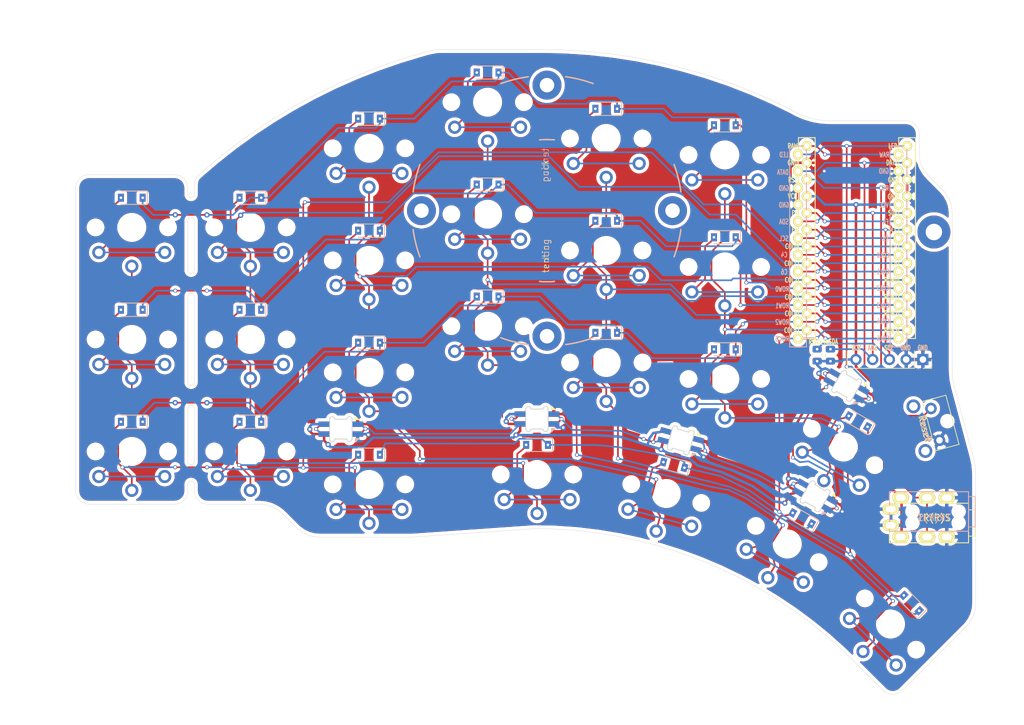
<source format=kicad_pcb>
(kicad_pcb (version 20171130) (host pcbnew "(5.1.10-1-10_14)")
  (layers (0 F.Cu signal) (31 B.Cu signal) (36 B.SilkS user hide) (37 F.SilkS user) (38 B.Mask user) (39 F.Mask user) (44 Edge.Cuts user))
  (net 0 "")
  (net 1 row0)
  (net 2 col0)
  (net 3 row1)
  (net 4 row2)
  (net 5 col1)
  (net 6 col2)
  (net 7 col3)
  (net 8 row3)
  (net 9 col4)
  (net 10 col5)
  (net 11 GND)
  (net 12 reset)
  (net 13 VCC)
  (net 14 data)
  (net 15 LED)
  (net 16 "Net-(D1-Pad2)")
  (net 17 "Net-(D2-Pad2)")
  (net 18 "Net-(D3-Pad2)")
  (net 19 "Net-(D4-Pad2)")
  (net 20 "Net-(D5-Pad2)")
  (net 21 "Net-(U1-Pad24)")
  (net 22 SDA)
  (net 23 SCL)
  (net 24 "Net-(U1-Pad20)")
  (net 25 "Net-(U1-Pad19)")
  (net 26 "Net-(U1-Pad8)")
  (net 27 "Net-(U1-Pad7)")
  (module longfir:SW_Tactile_SPST_Angled_MJTP1117 (layer F.Cu) (at 221.28 111.98 285)
    (fp_text reference SW1 hide)
    (fp_text value Reset)
    (fp_text user Reset (at 2.64 1.68 105) (layer F.SilkS))
    (fp_text user Reset (at 2.78334 1.667189 285) (layer B.SilkS) (effects (justify mirror)))
    (pad "" np_thru_hole circle (at 2.5 -1.91 285) (size 1.2 1.2) (drill 1.2) (layers *.Cu *.Mask))
    (pad "" thru_hole circle (at -1 2.49 285) (size 2.1 2.1) (drill 1.3) (layers *.Cu *.Mask))
    (pad 1 thru_hole circle (at 0 0 285) (size 1.75 1.75) (drill 0.99) (layers *.Cu *.Mask) (net 12 reset))
    (pad 2 thru_hole circle (at 5 0 285) (size 1.75 1.75) (drill 0.99) (layers *.Cu *.Mask) (net 11 GND))
    (pad "" thru_hole circle (at 6.01 2.49 285) (size 2.1 2.1) (drill 1.3) (layers *.Cu *.Mask))
  )
  (module longfir:pg1350-DR (layer F.Cu) (at 218.322328 141.509268 135)
    (fp_text reference K24 hide)
    (fp_text value diode-choc)
    (fp_line (start 2.12 -0.65) (end 3 -1.35) (layer F.Cu) (width 0.254))
    (fp_line (start 3 -6.3) (end 3 -1.35) (layer F.Cu) (width 0.254))
    (fp_line (start 3 -6.3) (end 5 -8.3) (layer F.Cu) (width 0.254))
    (fp_line (start -5 -8.3) (end 5 -8.3) (layer B.Cu) (width 0.254))
    (fp_line (start 1.65 0) (end 2.12 -0.65) (layer F.Cu) (width 0.254))
    (pad 3 thru_hole rect (at 1.65 0 135) (size 0.9 1.2) (drill 0.4) (layers *.Cu *.Mask))
    (pad 2 thru_hole rect (at -1.65 0 135) (size 0.9 1.2) (drill 0.4) (layers *.Cu *.Mask) (net 8 row3))
    (pad 3 thru_hole circle (at -5 -8.3 135) (size 2 2) (drill 1.2) (layers *.Cu F.Mask))
    (pad 3 thru_hole circle (at 5 -8.3 135) (size 2 2) (drill 1.2) (layers *.Cu B.Mask))
    (pad 1 thru_hole circle (at 0 -10.4 135) (size 2 2) (drill 1.2) (layers *.Cu *.Mask) (net 9 col4))
    (pad "" np_thru_hole circle (at 5.5 -4.5 135) (size 1.7 1.7) (drill 1.7) (layers *.Cu *.Mask))
    (pad "" np_thru_hole circle (at -5.5 -4.5 135) (size 1.7 1.7) (drill 1.7) (layers *.Cu *.Mask))
    (pad "" np_thru_hole circle (at 0 -4.5 135) (size 3.4 3.4) (drill 3.4) (layers *.Cu *.Mask))
  )
  (module longfir:pg1350-DR (layer F.Cu) (at 201.728276 128.652806 150)
    (fp_text reference K23 hide)
    (fp_text value diode-choc)
    (fp_line (start 2.12 -0.65) (end 3 -1.35) (layer F.Cu) (width 0.254))
    (fp_line (start 3 -6.3) (end 3 -1.35) (layer F.Cu) (width 0.254))
    (fp_line (start 3 -6.3) (end 5 -8.3) (layer F.Cu) (width 0.254))
    (fp_line (start -5 -8.3) (end 5 -8.3) (layer B.Cu) (width 0.254))
    (fp_line (start 1.65 0) (end 2.12 -0.65) (layer F.Cu) (width 0.254))
    (pad 3 thru_hole rect (at 1.65 0 150) (size 0.9 1.2) (drill 0.4) (layers *.Cu *.Mask))
    (pad 2 thru_hole rect (at -1.65 0 150) (size 0.9 1.2) (drill 0.4) (layers *.Cu *.Mask) (net 8 row3))
    (pad 3 thru_hole circle (at -5 -8.3 150) (size 2 2) (drill 1.2) (layers *.Cu F.Mask))
    (pad 3 thru_hole circle (at 5 -8.3 150) (size 2 2) (drill 1.2) (layers *.Cu B.Mask))
    (pad 1 thru_hole circle (at 0 -10.4 150) (size 2 2) (drill 1.2) (layers *.Cu *.Mask) (net 7 col3))
    (pad "" np_thru_hole circle (at 5.5 -4.5 150) (size 1.7 1.7) (drill 1.7) (layers *.Cu *.Mask))
    (pad "" np_thru_hole circle (at -5.5 -4.5 150) (size 1.7 1.7) (drill 1.7) (layers *.Cu *.Mask))
    (pad "" np_thru_hole circle (at 0 -4.5 150) (size 3.4 3.4) (drill 3.4) (layers *.Cu *.Mask))
  )
  (module longfir:pg1350-DR (layer F.Cu) (at 182.274686 120.54 165)
    (fp_text reference K22 hide)
    (fp_text value diode-choc)
    (fp_line (start 2.12 -0.65) (end 3 -1.35) (layer F.Cu) (width 0.254))
    (fp_line (start 3 -6.3) (end 3 -1.35) (layer F.Cu) (width 0.254))
    (fp_line (start 3 -6.3) (end 5 -8.3) (layer F.Cu) (width 0.254))
    (fp_line (start -5 -8.3) (end 5 -8.3) (layer B.Cu) (width 0.254))
    (fp_line (start 1.65 0) (end 2.12 -0.65) (layer F.Cu) (width 0.254))
    (pad 3 thru_hole rect (at 1.65 0 165) (size 0.9 1.2) (drill 0.4) (layers *.Cu *.Mask))
    (pad 2 thru_hole rect (at -1.65 0 165) (size 0.9 1.2) (drill 0.4) (layers *.Cu *.Mask) (net 8 row3))
    (pad 3 thru_hole circle (at -5 -8.3 165) (size 2 2) (drill 1.2) (layers *.Cu F.Mask))
    (pad 3 thru_hole circle (at 5 -8.3 165) (size 2 2) (drill 1.2) (layers *.Cu B.Mask))
    (pad 1 thru_hole circle (at 0 -10.4 165) (size 2 2) (drill 1.2) (layers *.Cu *.Mask) (net 6 col2))
    (pad "" np_thru_hole circle (at 5.5 -4.5 165) (size 1.7 1.7) (drill 1.7) (layers *.Cu *.Mask))
    (pad "" np_thru_hole circle (at -5.5 -4.5 165) (size 1.7 1.7) (drill 1.7) (layers *.Cu *.Mask))
    (pad "" np_thru_hole circle (at 0 -4.5 165) (size 3.4 3.4) (drill 3.4) (layers *.Cu *.Mask))
  )
  (module longfir:pg1350-DR (layer F.Cu) (at 161.5 117.5 180)
    (fp_text reference K21 hide)
    (fp_text value diode-choc)
    (fp_line (start 2.12 -0.65) (end 3 -1.35) (layer F.Cu) (width 0.254))
    (fp_line (start 3 -6.3) (end 3 -1.35) (layer F.Cu) (width 0.254))
    (fp_line (start 3 -6.3) (end 5 -8.3) (layer F.Cu) (width 0.254))
    (fp_line (start -5 -8.3) (end 5 -8.3) (layer B.Cu) (width 0.254))
    (fp_line (start 1.65 0) (end 2.12 -0.65) (layer F.Cu) (width 0.254))
    (pad 3 thru_hole rect (at 1.65 0 180) (size 0.9 1.2) (drill 0.4) (layers *.Cu *.Mask))
    (pad 2 thru_hole rect (at -1.65 0 180) (size 0.9 1.2) (drill 0.4) (layers *.Cu *.Mask) (net 8 row3))
    (pad 3 thru_hole circle (at -5 -8.3 180) (size 2 2) (drill 1.2) (layers *.Cu F.Mask))
    (pad 3 thru_hole circle (at 5 -8.3 180) (size 2 2) (drill 1.2) (layers *.Cu B.Mask))
    (pad 1 thru_hole circle (at 0 -10.4 180) (size 2 2) (drill 1.2) (layers *.Cu *.Mask) (net 5 col1))
    (pad "" np_thru_hole circle (at 5.5 -4.5 180) (size 1.7 1.7) (drill 1.7) (layers *.Cu *.Mask))
    (pad "" np_thru_hole circle (at -5.5 -4.5 180) (size 1.7 1.7) (drill 1.7) (layers *.Cu *.Mask))
    (pad "" np_thru_hole circle (at 0 -4.5 180) (size 3.4 3.4) (drill 3.4) (layers *.Cu *.Mask))
  )
  (module longfir:pg1350-DR (layer F.Cu) (at 136 119 180)
    (fp_text reference K20 hide)
    (fp_text value diode-choc)
    (fp_line (start 2.12 -0.65) (end 3 -1.35) (layer F.Cu) (width 0.254))
    (fp_line (start 3 -6.3) (end 3 -1.35) (layer F.Cu) (width 0.254))
    (fp_line (start 3 -6.3) (end 5 -8.3) (layer F.Cu) (width 0.254))
    (fp_line (start -5 -8.3) (end 5 -8.3) (layer B.Cu) (width 0.254))
    (fp_line (start 1.65 0) (end 2.12 -0.65) (layer F.Cu) (width 0.254))
    (pad 3 thru_hole rect (at 1.65 0 180) (size 0.9 1.2) (drill 0.4) (layers *.Cu *.Mask))
    (pad 2 thru_hole rect (at -1.65 0 180) (size 0.9 1.2) (drill 0.4) (layers *.Cu *.Mask) (net 8 row3))
    (pad 3 thru_hole circle (at -5 -8.3 180) (size 2 2) (drill 1.2) (layers *.Cu F.Mask))
    (pad 3 thru_hole circle (at 5 -8.3 180) (size 2 2) (drill 1.2) (layers *.Cu B.Mask))
    (pad 1 thru_hole circle (at 0 -10.4 180) (size 2 2) (drill 1.2) (layers *.Cu *.Mask) (net 2 col0))
    (pad "" np_thru_hole circle (at 5.5 -4.5 180) (size 1.7 1.7) (drill 1.7) (layers *.Cu *.Mask))
    (pad "" np_thru_hole circle (at -5.5 -4.5 180) (size 1.7 1.7) (drill 1.7) (layers *.Cu *.Mask))
    (pad "" np_thru_hole circle (at 0 -4.5 180) (size 3.4 3.4) (drill 3.4) (layers *.Cu *.Mask))
  )
  (module longfir:pg1350-DR (layer F.Cu) (at 210.228276 113.930374 150)
    (fp_text reference K19 hide)
    (fp_text value diode-choc)
    (fp_line (start 2.12 -0.65) (end 3 -1.35) (layer F.Cu) (width 0.254))
    (fp_line (start 3 -6.3) (end 3 -1.35) (layer F.Cu) (width 0.254))
    (fp_line (start 3 -6.3) (end 5 -8.3) (layer F.Cu) (width 0.254))
    (fp_line (start -5 -8.3) (end 5 -8.3) (layer B.Cu) (width 0.254))
    (fp_line (start 1.65 0) (end 2.12 -0.65) (layer F.Cu) (width 0.254))
    (pad 3 thru_hole rect (at 1.65 0 150) (size 0.9 1.2) (drill 0.4) (layers *.Cu *.Mask))
    (pad 2 thru_hole rect (at -1.65 0 150) (size 0.9 1.2) (drill 0.4) (layers *.Cu *.Mask) (net 8 row3))
    (pad 3 thru_hole circle (at -5 -8.3 150) (size 2 2) (drill 1.2) (layers *.Cu F.Mask))
    (pad 3 thru_hole circle (at 5 -8.3 150) (size 2 2) (drill 1.2) (layers *.Cu B.Mask))
    (pad 1 thru_hole circle (at 0 -10.4 150) (size 2 2) (drill 1.2) (layers *.Cu *.Mask) (net 10 col5))
    (pad "" np_thru_hole circle (at 5.5 -4.5 150) (size 1.7 1.7) (drill 1.7) (layers *.Cu *.Mask))
    (pad "" np_thru_hole circle (at -5.5 -4.5 150) (size 1.7 1.7) (drill 1.7) (layers *.Cu *.Mask))
    (pad "" np_thru_hole circle (at 0 -4.5 150) (size 3.4 3.4) (drill 3.4) (layers *.Cu *.Mask))
  )
  (module longfir:pg1350-DR (layer F.Cu) (at 190 103 180)
    (fp_text reference K18 hide)
    (fp_text value diode-choc)
    (fp_line (start 2.12 -0.65) (end 3 -1.35) (layer F.Cu) (width 0.254))
    (fp_line (start 3 -6.3) (end 3 -1.35) (layer F.Cu) (width 0.254))
    (fp_line (start 3 -6.3) (end 5 -8.3) (layer F.Cu) (width 0.254))
    (fp_line (start -5 -8.3) (end 5 -8.3) (layer B.Cu) (width 0.254))
    (fp_line (start 1.65 0) (end 2.12 -0.65) (layer F.Cu) (width 0.254))
    (pad 3 thru_hole rect (at 1.65 0 180) (size 0.9 1.2) (drill 0.4) (layers *.Cu *.Mask))
    (pad 2 thru_hole rect (at -1.65 0 180) (size 0.9 1.2) (drill 0.4) (layers *.Cu *.Mask) (net 4 row2))
    (pad 3 thru_hole circle (at -5 -8.3 180) (size 2 2) (drill 1.2) (layers *.Cu F.Mask))
    (pad 3 thru_hole circle (at 5 -8.3 180) (size 2 2) (drill 1.2) (layers *.Cu B.Mask))
    (pad 1 thru_hole circle (at 0 -10.4 180) (size 2 2) (drill 1.2) (layers *.Cu *.Mask) (net 10 col5))
    (pad "" np_thru_hole circle (at 5.5 -4.5 180) (size 1.7 1.7) (drill 1.7) (layers *.Cu *.Mask))
    (pad "" np_thru_hole circle (at -5.5 -4.5 180) (size 1.7 1.7) (drill 1.7) (layers *.Cu *.Mask))
    (pad "" np_thru_hole circle (at 0 -4.5 180) (size 3.4 3.4) (drill 3.4) (layers *.Cu *.Mask))
  )
  (module longfir:pg1350-DR (layer F.Cu) (at 172 100.5 180)
    (fp_text reference K17 hide)
    (fp_text value diode-choc)
    (fp_line (start 2.12 -0.65) (end 3 -1.35) (layer F.Cu) (width 0.254))
    (fp_line (start 3 -6.3) (end 3 -1.35) (layer F.Cu) (width 0.254))
    (fp_line (start 3 -6.3) (end 5 -8.3) (layer F.Cu) (width 0.254))
    (fp_line (start -5 -8.3) (end 5 -8.3) (layer B.Cu) (width 0.254))
    (fp_line (start 1.65 0) (end 2.12 -0.65) (layer F.Cu) (width 0.254))
    (pad 3 thru_hole rect (at 1.65 0 180) (size 0.9 1.2) (drill 0.4) (layers *.Cu *.Mask))
    (pad 2 thru_hole rect (at -1.65 0 180) (size 0.9 1.2) (drill 0.4) (layers *.Cu *.Mask) (net 4 row2))
    (pad 3 thru_hole circle (at -5 -8.3 180) (size 2 2) (drill 1.2) (layers *.Cu F.Mask))
    (pad 3 thru_hole circle (at 5 -8.3 180) (size 2 2) (drill 1.2) (layers *.Cu B.Mask))
    (pad 1 thru_hole circle (at 0 -10.4 180) (size 2 2) (drill 1.2) (layers *.Cu *.Mask) (net 9 col4))
    (pad "" np_thru_hole circle (at 5.5 -4.5 180) (size 1.7 1.7) (drill 1.7) (layers *.Cu *.Mask))
    (pad "" np_thru_hole circle (at -5.5 -4.5 180) (size 1.7 1.7) (drill 1.7) (layers *.Cu *.Mask))
    (pad "" np_thru_hole circle (at 0 -4.5 180) (size 3.4 3.4) (drill 3.4) (layers *.Cu *.Mask))
  )
  (module longfir:pg1350-DR (layer F.Cu) (at 154 95 180)
    (fp_text reference K16 hide)
    (fp_text value diode-choc)
    (fp_line (start 2.12 -0.65) (end 3 -1.35) (layer F.Cu) (width 0.254))
    (fp_line (start 3 -6.3) (end 3 -1.35) (layer F.Cu) (width 0.254))
    (fp_line (start 3 -6.3) (end 5 -8.3) (layer F.Cu) (width 0.254))
    (fp_line (start -5 -8.3) (end 5 -8.3) (layer B.Cu) (width 0.254))
    (fp_line (start 1.65 0) (end 2.12 -0.65) (layer F.Cu) (width 0.254))
    (pad 3 thru_hole rect (at 1.65 0 180) (size 0.9 1.2) (drill 0.4) (layers *.Cu *.Mask))
    (pad 2 thru_hole rect (at -1.65 0 180) (size 0.9 1.2) (drill 0.4) (layers *.Cu *.Mask) (net 4 row2))
    (pad 3 thru_hole circle (at -5 -8.3 180) (size 2 2) (drill 1.2) (layers *.Cu F.Mask))
    (pad 3 thru_hole circle (at 5 -8.3 180) (size 2 2) (drill 1.2) (layers *.Cu B.Mask))
    (pad 1 thru_hole circle (at 0 -10.4 180) (size 2 2) (drill 1.2) (layers *.Cu *.Mask) (net 7 col3))
    (pad "" np_thru_hole circle (at 5.5 -4.5 180) (size 1.7 1.7) (drill 1.7) (layers *.Cu *.Mask))
    (pad "" np_thru_hole circle (at -5.5 -4.5 180) (size 1.7 1.7) (drill 1.7) (layers *.Cu *.Mask))
    (pad "" np_thru_hole circle (at 0 -4.5 180) (size 3.4 3.4) (drill 3.4) (layers *.Cu *.Mask))
  )
  (module longfir:pg1350-DR (layer F.Cu) (at 136 102 180)
    (fp_text reference K15 hide)
    (fp_text value diode-choc)
    (fp_line (start 2.12 -0.65) (end 3 -1.35) (layer F.Cu) (width 0.254))
    (fp_line (start 3 -6.3) (end 3 -1.35) (layer F.Cu) (width 0.254))
    (fp_line (start 3 -6.3) (end 5 -8.3) (layer F.Cu) (width 0.254))
    (fp_line (start -5 -8.3) (end 5 -8.3) (layer B.Cu) (width 0.254))
    (fp_line (start 1.65 0) (end 2.12 -0.65) (layer F.Cu) (width 0.254))
    (pad 3 thru_hole rect (at 1.65 0 180) (size 0.9 1.2) (drill 0.4) (layers *.Cu *.Mask))
    (pad 2 thru_hole rect (at -1.65 0 180) (size 0.9 1.2) (drill 0.4) (layers *.Cu *.Mask) (net 4 row2))
    (pad 3 thru_hole circle (at -5 -8.3 180) (size 2 2) (drill 1.2) (layers *.Cu F.Mask))
    (pad 3 thru_hole circle (at 5 -8.3 180) (size 2 2) (drill 1.2) (layers *.Cu B.Mask))
    (pad 1 thru_hole circle (at 0 -10.4 180) (size 2 2) (drill 1.2) (layers *.Cu *.Mask) (net 6 col2))
    (pad "" np_thru_hole circle (at 5.5 -4.5 180) (size 1.7 1.7) (drill 1.7) (layers *.Cu *.Mask))
    (pad "" np_thru_hole circle (at -5.5 -4.5 180) (size 1.7 1.7) (drill 1.7) (layers *.Cu *.Mask))
    (pad "" np_thru_hole circle (at 0 -4.5 180) (size 3.4 3.4) (drill 3.4) (layers *.Cu *.Mask))
  )
  (module longfir:pg1350-DR (layer F.Cu) (at 118 114 180)
    (fp_text reference K14 hide)
    (fp_text value diode-choc)
    (fp_line (start 2.12 -0.65) (end 3 -1.35) (layer F.Cu) (width 0.254))
    (fp_line (start 3 -6.3) (end 3 -1.35) (layer F.Cu) (width 0.254))
    (fp_line (start 3 -6.3) (end 5 -8.3) (layer F.Cu) (width 0.254))
    (fp_line (start -5 -8.3) (end 5 -8.3) (layer B.Cu) (width 0.254))
    (fp_line (start 1.65 0) (end 2.12 -0.65) (layer F.Cu) (width 0.254))
    (pad 3 thru_hole rect (at 1.65 0 180) (size 0.9 1.2) (drill 0.4) (layers *.Cu *.Mask))
    (pad 2 thru_hole rect (at -1.65 0 180) (size 0.9 1.2) (drill 0.4) (layers *.Cu *.Mask) (net 4 row2))
    (pad 3 thru_hole circle (at -5 -8.3 180) (size 2 2) (drill 1.2) (layers *.Cu F.Mask))
    (pad 3 thru_hole circle (at 5 -8.3 180) (size 2 2) (drill 1.2) (layers *.Cu B.Mask))
    (pad 1 thru_hole circle (at 0 -10.4 180) (size 2 2) (drill 1.2) (layers *.Cu *.Mask) (net 5 col1))
    (pad "" np_thru_hole circle (at 5.5 -4.5 180) (size 1.7 1.7) (drill 1.7) (layers *.Cu *.Mask))
    (pad "" np_thru_hole circle (at -5.5 -4.5 180) (size 1.7 1.7) (drill 1.7) (layers *.Cu *.Mask))
    (pad "" np_thru_hole circle (at 0 -4.5 180) (size 3.4 3.4) (drill 3.4) (layers *.Cu *.Mask))
  )
  (module longfir:pg1350-DR (layer F.Cu) (at 100 114 180)
    (fp_text reference K13 hide)
    (fp_text value diode-choc)
    (fp_line (start 2.12 -0.65) (end 3 -1.35) (layer F.Cu) (width 0.254))
    (fp_line (start 3 -6.3) (end 3 -1.35) (layer F.Cu) (width 0.254))
    (fp_line (start 3 -6.3) (end 5 -8.3) (layer F.Cu) (width 0.254))
    (fp_line (start -5 -8.3) (end 5 -8.3) (layer B.Cu) (width 0.254))
    (fp_line (start 1.65 0) (end 2.12 -0.65) (layer F.Cu) (width 0.254))
    (pad 3 thru_hole rect (at 1.65 0 180) (size 0.9 1.2) (drill 0.4) (layers *.Cu *.Mask))
    (pad 2 thru_hole rect (at -1.65 0 180) (size 0.9 1.2) (drill 0.4) (layers *.Cu *.Mask) (net 4 row2))
    (pad 3 thru_hole circle (at -5 -8.3 180) (size 2 2) (drill 1.2) (layers *.Cu F.Mask))
    (pad 3 thru_hole circle (at 5 -8.3 180) (size 2 2) (drill 1.2) (layers *.Cu B.Mask))
    (pad 1 thru_hole circle (at 0 -10.4 180) (size 2 2) (drill 1.2) (layers *.Cu *.Mask) (net 2 col0))
    (pad "" np_thru_hole circle (at 5.5 -4.5 180) (size 1.7 1.7) (drill 1.7) (layers *.Cu *.Mask))
    (pad "" np_thru_hole circle (at -5.5 -4.5 180) (size 1.7 1.7) (drill 1.7) (layers *.Cu *.Mask))
    (pad "" np_thru_hole circle (at 0 -4.5 180) (size 3.4 3.4) (drill 3.4) (layers *.Cu *.Mask))
  )
  (module longfir:pg1350-DR (layer F.Cu) (at 190 86 180)
    (fp_text reference K12 hide)
    (fp_text value diode-choc)
    (fp_line (start 2.12 -0.65) (end 3 -1.35) (layer F.Cu) (width 0.254))
    (fp_line (start 3 -6.3) (end 3 -1.35) (layer F.Cu) (width 0.254))
    (fp_line (start 3 -6.3) (end 5 -8.3) (layer F.Cu) (width 0.254))
    (fp_line (start -5 -8.3) (end 5 -8.3) (layer B.Cu) (width 0.254))
    (fp_line (start 1.65 0) (end 2.12 -0.65) (layer F.Cu) (width 0.254))
    (pad 3 thru_hole rect (at 1.65 0 180) (size 0.9 1.2) (drill 0.4) (layers *.Cu *.Mask))
    (pad 2 thru_hole rect (at -1.65 0 180) (size 0.9 1.2) (drill 0.4) (layers *.Cu *.Mask) (net 3 row1))
    (pad 3 thru_hole circle (at -5 -8.3 180) (size 2 2) (drill 1.2) (layers *.Cu F.Mask))
    (pad 3 thru_hole circle (at 5 -8.3 180) (size 2 2) (drill 1.2) (layers *.Cu B.Mask))
    (pad 1 thru_hole circle (at 0 -10.4 180) (size 2 2) (drill 1.2) (layers *.Cu *.Mask) (net 10 col5))
    (pad "" np_thru_hole circle (at 5.5 -4.5 180) (size 1.7 1.7) (drill 1.7) (layers *.Cu *.Mask))
    (pad "" np_thru_hole circle (at -5.5 -4.5 180) (size 1.7 1.7) (drill 1.7) (layers *.Cu *.Mask))
    (pad "" np_thru_hole circle (at 0 -4.5 180) (size 3.4 3.4) (drill 3.4) (layers *.Cu *.Mask))
  )
  (module longfir:pg1350-DR (layer F.Cu) (at 172 83.5 180)
    (fp_text reference K11 hide)
    (fp_text value diode-choc)
    (fp_line (start 2.12 -0.65) (end 3 -1.35) (layer F.Cu) (width 0.254))
    (fp_line (start 3 -6.3) (end 3 -1.35) (layer F.Cu) (width 0.254))
    (fp_line (start 3 -6.3) (end 5 -8.3) (layer F.Cu) (width 0.254))
    (fp_line (start -5 -8.3) (end 5 -8.3) (layer B.Cu) (width 0.254))
    (fp_line (start 1.65 0) (end 2.12 -0.65) (layer F.Cu) (width 0.254))
    (pad 3 thru_hole rect (at 1.65 0 180) (size 0.9 1.2) (drill 0.4) (layers *.Cu *.Mask))
    (pad 2 thru_hole rect (at -1.65 0 180) (size 0.9 1.2) (drill 0.4) (layers *.Cu *.Mask) (net 3 row1))
    (pad 3 thru_hole circle (at -5 -8.3 180) (size 2 2) (drill 1.2) (layers *.Cu F.Mask))
    (pad 3 thru_hole circle (at 5 -8.3 180) (size 2 2) (drill 1.2) (layers *.Cu B.Mask))
    (pad 1 thru_hole circle (at 0 -10.4 180) (size 2 2) (drill 1.2) (layers *.Cu *.Mask) (net 9 col4))
    (pad "" np_thru_hole circle (at 5.5 -4.5 180) (size 1.7 1.7) (drill 1.7) (layers *.Cu *.Mask))
    (pad "" np_thru_hole circle (at -5.5 -4.5 180) (size 1.7 1.7) (drill 1.7) (layers *.Cu *.Mask))
    (pad "" np_thru_hole circle (at 0 -4.5 180) (size 3.4 3.4) (drill 3.4) (layers *.Cu *.Mask))
  )
  (module longfir:pg1350-DR (layer F.Cu) (at 154 78 180)
    (fp_text reference K10 hide)
    (fp_text value diode-choc)
    (fp_line (start 2.12 -0.65) (end 3 -1.35) (layer F.Cu) (width 0.254))
    (fp_line (start 3 -6.3) (end 3 -1.35) (layer F.Cu) (width 0.254))
    (fp_line (start 3 -6.3) (end 5 -8.3) (layer F.Cu) (width 0.254))
    (fp_line (start -5 -8.3) (end 5 -8.3) (layer B.Cu) (width 0.254))
    (fp_line (start 1.65 0) (end 2.12 -0.65) (layer F.Cu) (width 0.254))
    (pad 3 thru_hole rect (at 1.65 0 180) (size 0.9 1.2) (drill 0.4) (layers *.Cu *.Mask))
    (pad 2 thru_hole rect (at -1.65 0 180) (size 0.9 1.2) (drill 0.4) (layers *.Cu *.Mask) (net 3 row1))
    (pad 3 thru_hole circle (at -5 -8.3 180) (size 2 2) (drill 1.2) (layers *.Cu F.Mask))
    (pad 3 thru_hole circle (at 5 -8.3 180) (size 2 2) (drill 1.2) (layers *.Cu B.Mask))
    (pad 1 thru_hole circle (at 0 -10.4 180) (size 2 2) (drill 1.2) (layers *.Cu *.Mask) (net 7 col3))
    (pad "" np_thru_hole circle (at 5.5 -4.5 180) (size 1.7 1.7) (drill 1.7) (layers *.Cu *.Mask))
    (pad "" np_thru_hole circle (at -5.5 -4.5 180) (size 1.7 1.7) (drill 1.7) (layers *.Cu *.Mask))
    (pad "" np_thru_hole circle (at 0 -4.5 180) (size 3.4 3.4) (drill 3.4) (layers *.Cu *.Mask))
  )
  (module longfir:pg1350-DR (layer F.Cu) (at 136 85 180)
    (fp_text reference K9 hide)
    (fp_text value diode-choc)
    (fp_line (start 2.12 -0.65) (end 3 -1.35) (layer F.Cu) (width 0.254))
    (fp_line (start 3 -6.3) (end 3 -1.35) (layer F.Cu) (width 0.254))
    (fp_line (start 3 -6.3) (end 5 -8.3) (layer F.Cu) (width 0.254))
    (fp_line (start -5 -8.3) (end 5 -8.3) (layer B.Cu) (width 0.254))
    (fp_line (start 1.65 0) (end 2.12 -0.65) (layer F.Cu) (width 0.254))
    (pad 3 thru_hole rect (at 1.65 0 180) (size 0.9 1.2) (drill 0.4) (layers *.Cu *.Mask))
    (pad 2 thru_hole rect (at -1.65 0 180) (size 0.9 1.2) (drill 0.4) (layers *.Cu *.Mask) (net 3 row1))
    (pad 3 thru_hole circle (at -5 -8.3 180) (size 2 2) (drill 1.2) (layers *.Cu F.Mask))
    (pad 3 thru_hole circle (at 5 -8.3 180) (size 2 2) (drill 1.2) (layers *.Cu B.Mask))
    (pad 1 thru_hole circle (at 0 -10.4 180) (size 2 2) (drill 1.2) (layers *.Cu *.Mask) (net 6 col2))
    (pad "" np_thru_hole circle (at 5.5 -4.5 180) (size 1.7 1.7) (drill 1.7) (layers *.Cu *.Mask))
    (pad "" np_thru_hole circle (at -5.5 -4.5 180) (size 1.7 1.7) (drill 1.7) (layers *.Cu *.Mask))
    (pad "" np_thru_hole circle (at 0 -4.5 180) (size 3.4 3.4) (drill 3.4) (layers *.Cu *.Mask))
  )
  (module longfir:pg1350-DR (layer F.Cu) (at 118 97 180)
    (fp_text reference K8 hide)
    (fp_text value diode-choc)
    (fp_line (start 2.12 -0.65) (end 3 -1.35) (layer F.Cu) (width 0.254))
    (fp_line (start 3 -6.3) (end 3 -1.35) (layer F.Cu) (width 0.254))
    (fp_line (start 3 -6.3) (end 5 -8.3) (layer F.Cu) (width 0.254))
    (fp_line (start -5 -8.3) (end 5 -8.3) (layer B.Cu) (width 0.254))
    (fp_line (start 1.65 0) (end 2.12 -0.65) (layer F.Cu) (width 0.254))
    (pad 3 thru_hole rect (at 1.65 0 180) (size 0.9 1.2) (drill 0.4) (layers *.Cu *.Mask))
    (pad 2 thru_hole rect (at -1.65 0 180) (size 0.9 1.2) (drill 0.4) (layers *.Cu *.Mask) (net 3 row1))
    (pad 3 thru_hole circle (at -5 -8.3 180) (size 2 2) (drill 1.2) (layers *.Cu F.Mask))
    (pad 3 thru_hole circle (at 5 -8.3 180) (size 2 2) (drill 1.2) (layers *.Cu B.Mask))
    (pad 1 thru_hole circle (at 0 -10.4 180) (size 2 2) (drill 1.2) (layers *.Cu *.Mask) (net 5 col1))
    (pad "" np_thru_hole circle (at 5.5 -4.5 180) (size 1.7 1.7) (drill 1.7) (layers *.Cu *.Mask))
    (pad "" np_thru_hole circle (at -5.5 -4.5 180) (size 1.7 1.7) (drill 1.7) (layers *.Cu *.Mask))
    (pad "" np_thru_hole circle (at 0 -4.5 180) (size 3.4 3.4) (drill 3.4) (layers *.Cu *.Mask))
  )
  (module longfir:pg1350-DR (layer F.Cu) (at 100 97 180)
    (fp_text reference K7 hide)
    (fp_text value diode-choc)
    (fp_line (start 2.12 -0.65) (end 3 -1.35) (layer F.Cu) (width 0.254))
    (fp_line (start 3 -6.3) (end 3 -1.35) (layer F.Cu) (width 0.254))
    (fp_line (start 3 -6.3) (end 5 -8.3) (layer F.Cu) (width 0.254))
    (fp_line (start -5 -8.3) (end 5 -8.3) (layer B.Cu) (width 0.254))
    (fp_line (start 1.65 0) (end 2.12 -0.65) (layer F.Cu) (width 0.254))
    (pad 3 thru_hole rect (at 1.65 0 180) (size 0.9 1.2) (drill 0.4) (layers *.Cu *.Mask))
    (pad 2 thru_hole rect (at -1.65 0 180) (size 0.9 1.2) (drill 0.4) (layers *.Cu *.Mask) (net 3 row1))
    (pad 3 thru_hole circle (at -5 -8.3 180) (size 2 2) (drill 1.2) (layers *.Cu F.Mask))
    (pad 3 thru_hole circle (at 5 -8.3 180) (size 2 2) (drill 1.2) (layers *.Cu B.Mask))
    (pad 1 thru_hole circle (at 0 -10.4 180) (size 2 2) (drill 1.2) (layers *.Cu *.Mask) (net 2 col0))
    (pad "" np_thru_hole circle (at 5.5 -4.5 180) (size 1.7 1.7) (drill 1.7) (layers *.Cu *.Mask))
    (pad "" np_thru_hole circle (at -5.5 -4.5 180) (size 1.7 1.7) (drill 1.7) (layers *.Cu *.Mask))
    (pad "" np_thru_hole circle (at 0 -4.5 180) (size 3.4 3.4) (drill 3.4) (layers *.Cu *.Mask))
  )
  (module longfir:pg1350-DR (layer F.Cu) (at 190 69 180)
    (fp_text reference K6 hide)
    (fp_text value diode-choc)
    (fp_line (start 2.12 -0.65) (end 3 -1.35) (layer F.Cu) (width 0.254))
    (fp_line (start 3 -6.3) (end 3 -1.35) (layer F.Cu) (width 0.254))
    (fp_line (start 3 -6.3) (end 5 -8.3) (layer F.Cu) (width 0.254))
    (fp_line (start -5 -8.3) (end 5 -8.3) (layer B.Cu) (width 0.254))
    (fp_line (start 1.65 0) (end 2.12 -0.65) (layer F.Cu) (width 0.254))
    (pad 3 thru_hole rect (at 1.65 0 180) (size 0.9 1.2) (drill 0.4) (layers *.Cu *.Mask))
    (pad 2 thru_hole rect (at -1.65 0 180) (size 0.9 1.2) (drill 0.4) (layers *.Cu *.Mask) (net 1 row0))
    (pad 3 thru_hole circle (at -5 -8.3 180) (size 2 2) (drill 1.2) (layers *.Cu F.Mask))
    (pad 3 thru_hole circle (at 5 -8.3 180) (size 2 2) (drill 1.2) (layers *.Cu B.Mask))
    (pad 1 thru_hole circle (at 0 -10.4 180) (size 2 2) (drill 1.2) (layers *.Cu *.Mask) (net 10 col5))
    (pad "" np_thru_hole circle (at 5.5 -4.5 180) (size 1.7 1.7) (drill 1.7) (layers *.Cu *.Mask))
    (pad "" np_thru_hole circle (at -5.5 -4.5 180) (size 1.7 1.7) (drill 1.7) (layers *.Cu *.Mask))
    (pad "" np_thru_hole circle (at 0 -4.5 180) (size 3.4 3.4) (drill 3.4) (layers *.Cu *.Mask))
  )
  (module longfir:pg1350-DR (layer F.Cu) (at 172 66.5 180)
    (fp_text reference K5 hide)
    (fp_text value diode-choc)
    (fp_line (start 2.12 -0.65) (end 3 -1.35) (layer F.Cu) (width 0.254))
    (fp_line (start 3 -6.3) (end 3 -1.35) (layer F.Cu) (width 0.254))
    (fp_line (start 3 -6.3) (end 5 -8.3) (layer F.Cu) (width 0.254))
    (fp_line (start -5 -8.3) (end 5 -8.3) (layer B.Cu) (width 0.254))
    (fp_line (start 1.65 0) (end 2.12 -0.65) (layer F.Cu) (width 0.254))
    (pad 3 thru_hole rect (at 1.65 0 180) (size 0.9 1.2) (drill 0.4) (layers *.Cu *.Mask))
    (pad 2 thru_hole rect (at -1.65 0 180) (size 0.9 1.2) (drill 0.4) (layers *.Cu *.Mask) (net 1 row0))
    (pad 3 thru_hole circle (at -5 -8.3 180) (size 2 2) (drill 1.2) (layers *.Cu F.Mask))
    (pad 3 thru_hole circle (at 5 -8.3 180) (size 2 2) (drill 1.2) (layers *.Cu B.Mask))
    (pad 1 thru_hole circle (at 0 -10.4 180) (size 2 2) (drill 1.2) (layers *.Cu *.Mask) (net 9 col4))
    (pad "" np_thru_hole circle (at 5.5 -4.5 180) (size 1.7 1.7) (drill 1.7) (layers *.Cu *.Mask))
    (pad "" np_thru_hole circle (at -5.5 -4.5 180) (size 1.7 1.7) (drill 1.7) (layers *.Cu *.Mask))
    (pad "" np_thru_hole circle (at 0 -4.5 180) (size 3.4 3.4) (drill 3.4) (layers *.Cu *.Mask))
  )
  (module longfir:pg1350-DR (layer F.Cu) (at 154 61 180)
    (fp_text reference K4 hide)
    (fp_text value diode-choc)
    (fp_line (start 2.12 -0.65) (end 3 -1.35) (layer F.Cu) (width 0.254))
    (fp_line (start 3 -6.3) (end 3 -1.35) (layer F.Cu) (width 0.254))
    (fp_line (start 3 -6.3) (end 5 -8.3) (layer F.Cu) (width 0.254))
    (fp_line (start -5 -8.3) (end 5 -8.3) (layer B.Cu) (width 0.254))
    (fp_line (start 1.65 0) (end 2.12 -0.65) (layer F.Cu) (width 0.254))
    (pad 3 thru_hole rect (at 1.65 0 180) (size 0.9 1.2) (drill 0.4) (layers *.Cu *.Mask))
    (pad 2 thru_hole rect (at -1.65 0 180) (size 0.9 1.2) (drill 0.4) (layers *.Cu *.Mask) (net 1 row0))
    (pad 3 thru_hole circle (at -5 -8.3 180) (size 2 2) (drill 1.2) (layers *.Cu F.Mask))
    (pad 3 thru_hole circle (at 5 -8.3 180) (size 2 2) (drill 1.2) (layers *.Cu B.Mask))
    (pad 1 thru_hole circle (at 0 -10.4 180) (size 2 2) (drill 1.2) (layers *.Cu *.Mask) (net 7 col3))
    (pad "" np_thru_hole circle (at 5.5 -4.5 180) (size 1.7 1.7) (drill 1.7) (layers *.Cu *.Mask))
    (pad "" np_thru_hole circle (at -5.5 -4.5 180) (size 1.7 1.7) (drill 1.7) (layers *.Cu *.Mask))
    (pad "" np_thru_hole circle (at 0 -4.5 180) (size 3.4 3.4) (drill 3.4) (layers *.Cu *.Mask))
  )
  (module longfir:pg1350-DR (layer F.Cu) (at 136 68 180)
    (fp_text reference K3 hide)
    (fp_text value diode-choc)
    (fp_line (start 2.12 -0.65) (end 3 -1.35) (layer F.Cu) (width 0.254))
    (fp_line (start 3 -6.3) (end 3 -1.35) (layer F.Cu) (width 0.254))
    (fp_line (start 3 -6.3) (end 5 -8.3) (layer F.Cu) (width 0.254))
    (fp_line (start -5 -8.3) (end 5 -8.3) (layer B.Cu) (width 0.254))
    (fp_line (start 1.65 0) (end 2.12 -0.65) (layer F.Cu) (width 0.254))
    (pad 3 thru_hole rect (at 1.65 0 180) (size 0.9 1.2) (drill 0.4) (layers *.Cu *.Mask))
    (pad 2 thru_hole rect (at -1.65 0 180) (size 0.9 1.2) (drill 0.4) (layers *.Cu *.Mask) (net 1 row0))
    (pad 3 thru_hole circle (at -5 -8.3 180) (size 2 2) (drill 1.2) (layers *.Cu F.Mask))
    (pad 3 thru_hole circle (at 5 -8.3 180) (size 2 2) (drill 1.2) (layers *.Cu B.Mask))
    (pad 1 thru_hole circle (at 0 -10.4 180) (size 2 2) (drill 1.2) (layers *.Cu *.Mask) (net 6 col2))
    (pad "" np_thru_hole circle (at 5.5 -4.5 180) (size 1.7 1.7) (drill 1.7) (layers *.Cu *.Mask))
    (pad "" np_thru_hole circle (at -5.5 -4.5 180) (size 1.7 1.7) (drill 1.7) (layers *.Cu *.Mask))
    (pad "" np_thru_hole circle (at 0 -4.5 180) (size 3.4 3.4) (drill 3.4) (layers *.Cu *.Mask))
  )
  (module longfir:pg1350-DR (layer F.Cu) (at 118 80 180)
    (fp_text reference K2 hide)
    (fp_text value diode-choc)
    (fp_line (start 2.12 -0.65) (end 3 -1.35) (layer F.Cu) (width 0.254))
    (fp_line (start 3 -6.3) (end 3 -1.35) (layer F.Cu) (width 0.254))
    (fp_line (start 3 -6.3) (end 5 -8.3) (layer F.Cu) (width 0.254))
    (fp_line (start -5 -8.3) (end 5 -8.3) (layer B.Cu) (width 0.254))
    (fp_line (start 1.65 0) (end 2.12 -0.65) (layer F.Cu) (width 0.254))
    (pad 3 thru_hole rect (at 1.65 0 180) (size 0.9 1.2) (drill 0.4) (layers *.Cu *.Mask))
    (pad 2 thru_hole rect (at -1.65 0 180) (size 0.9 1.2) (drill 0.4) (layers *.Cu *.Mask) (net 1 row0))
    (pad 3 thru_hole circle (at -5 -8.3 180) (size 2 2) (drill 1.2) (layers *.Cu F.Mask))
    (pad 3 thru_hole circle (at 5 -8.3 180) (size 2 2) (drill 1.2) (layers *.Cu B.Mask))
    (pad 1 thru_hole circle (at 0 -10.4 180) (size 2 2) (drill 1.2) (layers *.Cu *.Mask) (net 5 col1))
    (pad "" np_thru_hole circle (at 5.5 -4.5 180) (size 1.7 1.7) (drill 1.7) (layers *.Cu *.Mask))
    (pad "" np_thru_hole circle (at -5.5 -4.5 180) (size 1.7 1.7) (drill 1.7) (layers *.Cu *.Mask))
    (pad "" np_thru_hole circle (at 0 -4.5 180) (size 3.4 3.4) (drill 3.4) (layers *.Cu *.Mask))
  )
  (module longfir:pg1350-DR (layer F.Cu) (at 100 80 180)
    (fp_text reference K1 hide)
    (fp_text value diode-choc)
    (fp_line (start 2.12 -0.65) (end 3 -1.35) (layer F.Cu) (width 0.254))
    (fp_line (start 3 -6.3) (end 3 -1.35) (layer F.Cu) (width 0.254))
    (fp_line (start 3 -6.3) (end 5 -8.3) (layer F.Cu) (width 0.254))
    (fp_line (start -5 -8.3) (end 5 -8.3) (layer B.Cu) (width 0.254))
    (fp_line (start 1.65 0) (end 2.12 -0.65) (layer F.Cu) (width 0.254))
    (pad 3 thru_hole rect (at 1.65 0 180) (size 0.9 1.2) (drill 0.4) (layers *.Cu *.Mask))
    (pad 2 thru_hole rect (at -1.65 0 180) (size 0.9 1.2) (drill 0.4) (layers *.Cu *.Mask) (net 1 row0))
    (pad 3 thru_hole circle (at -5 -8.3 180) (size 2 2) (drill 1.2) (layers *.Cu F.Mask))
    (pad 3 thru_hole circle (at 5 -8.3 180) (size 2 2) (drill 1.2) (layers *.Cu B.Mask))
    (pad 1 thru_hole circle (at 0 -10.4 180) (size 2 2) (drill 1.2) (layers *.Cu *.Mask) (net 2 col0))
    (pad "" np_thru_hole circle (at 5.5 -4.5 180) (size 1.7 1.7) (drill 1.7) (layers *.Cu *.Mask))
    (pad "" np_thru_hole circle (at -5.5 -4.5 180) (size 1.7 1.7) (drill 1.7) (layers *.Cu *.Mask))
    (pad "" np_thru_hole circle (at 0 -4.5 180) (size 3.4 3.4) (drill 3.4) (layers *.Cu *.Mask))
  )
  (module longfir:PomoroniHaptic (layer F.Cu) (at 214.975 93.45)
    (fp_text reference J1 hide)
    (fp_text value Haptic hide)
    (fp_text user GND (at 5.04 9.34) (layer F.SilkS) (effects (font (size 0.75 0.5) (thickness 0.125))))
    (fp_text user GND (at 2.442618 9.34) (layer F.SilkS) (effects (font (size 0.75 0.5) (thickness 0.125))))
    (fp_text user SCL (at -0.083334 9.34) (layer F.SilkS) (effects (font (size 0.75 0.5) (thickness 0.125))))
    (fp_text user SDA (at -2.549762 9.34) (layer F.SilkS) (effects (font (size 0.75 0.5) (thickness 0.125))))
    (fp_text user VCC (at -5.04 9.34) (layer F.SilkS) (effects (font (size 0.75 0.5) (thickness 0.125))))
    (fp_text user VCC (at -5.05 9.33) (layer B.SilkS) (effects (font (size 0.75 0.5) (thickness 0.125)) (justify mirror)))
    (fp_text user SDA (at -2.554762 9.33) (layer B.SilkS) (effects (font (size 0.75 0.5) (thickness 0.125)) (justify mirror)))
    (fp_text user SCL (at -0.083334 9.33) (layer B.SilkS) (effects (font (size 0.75 0.5) (thickness 0.125)) (justify mirror)))
    (fp_text user GND (at 2.447618 9.33) (layer B.SilkS) (effects (font (size 0.75 0.5) (thickness 0.125)) (justify mirror)))
    (fp_text user GND (at 5.05 9.33) (layer B.SilkS) (effects (font (size 0.75 0.5) (thickness 0.125)) (justify mirror)))
    (pad "" thru_hole circle (at 6.75 -8.25) (size 5 5) (drill 2.5) (layers *.Cu *.Mask))
    (pad 5 thru_hole oval (at -5.08 11.1 270) (size 1.7 1.7) (drill 1) (layers *.Cu *.Mask) (net 13 VCC))
    (pad 4 thru_hole oval (at -2.54 11.1 270) (size 1.7 1.7) (drill 1) (layers *.Cu *.Mask) (net 22 SDA))
    (pad 3 thru_hole oval (at 0 11.1 270) (size 1.7 1.7) (drill 1) (layers *.Cu *.Mask) (net 23 SCL))
    (pad 2 thru_hole oval (at 2.54 11.1 270) (size 1.7 1.7) (drill 1) (layers *.Cu *.Mask) (net 11 GND))
    (pad 1 thru_hole rect (at 5.08 11.1 270) (size 1.7 1.7) (drill 1) (layers *.Cu *.Mask) (net 11 GND))
  )
  (module longfir:R_0805_2012Metric_DoubleSided (layer F.Cu) (at 206.025 103.89 90)
    (fp_text reference R2)
    (fp_text value R:SDA (at 2.07 0.055 180) (layer F.SilkS) (effects (font (size 0.75 0.5) (thickness 0.125))))
    (pad 2 thru_hole roundrect (at 0.9125 0 90) (size 1.025 1.4) (drill 0.4) (layers *.Cu *.Mask) (roundrect_rratio 0.244) (net 22 SDA))
    (pad 1 thru_hole roundrect (at -0.9125 0 90) (size 1.025 1.4) (drill 0.4) (layers *.Cu *.Mask) (roundrect_rratio 0.244) (net 13 VCC))
  )
  (module longfir:R_0805_2012Metric_DoubleSided (layer F.Cu) (at 204 103.89 90)
    (fp_text reference R1 hide)
    (fp_text value R:SCL (at 2.02 -0.23 180) (layer F.SilkS) (effects (font (size 0.75 0.5) (thickness 0.125))))
    (pad 2 thru_hole roundrect (at 0.9125 0 90) (size 1.025 1.4) (drill 0.4) (layers *.Cu *.Mask) (roundrect_rratio 0.244) (net 23 SCL))
    (pad 1 thru_hole roundrect (at -0.9125 0 90) (size 1.025 1.4) (drill 0.4) (layers *.Cu *.Mask) (roundrect_rratio 0.244) (net 13 VCC))
  )
  (module longfir:ProMicro_v2 (layer F.Cu) (at 210 86.63)
    (fp_text reference U1 hide)
    (fp_text value ProMicro_r hide)
    (fp_text user "" (at -0.5 -17.25) (layer F.SilkS))
    (fp_text user "" (at -1.2065 -16.256) (layer B.SilkS) (effects (justify mirror)))
    (fp_text user RAW (at -9.7155 -14.478) (layer F.SilkS) (effects (font (size 0.75 0.5) (thickness 0.125))))
    (fp_text user LED (at 5.5 -14.478) (layer F.SilkS) (effects (font (size 0.75 0.5) (thickness 0.125))))
    (fp_text user GND (at -9.7155 -11.938) (layer F.SilkS) (effects (font (size 0.75 0.5) (thickness 0.125))))
    (fp_text user DATA (at 5.35 -11.95) (layer F.SilkS) (effects (font (size 0.75 0.5) (thickness 0.125))))
    (fp_text user RST (at -9.7155 -9.3345) (layer F.SilkS) (effects (font (size 0.75 0.5) (thickness 0.125))))
    (fp_text user GND (at 5.5245 -9.3345) (layer F.SilkS) (effects (font (size 0.75 0.5) (thickness 0.125))))
    (fp_text user VCC (at -9.7155 -6.858) (layer F.SilkS) (effects (font (size 0.75 0.5) (thickness 0.125))))
    (fp_text user GND (at 5.461 -6.7945) (layer F.SilkS) (effects (font (size 0.75 0.5) (thickness 0.125))))
    (fp_text user COL1 (at -10 3.35) (layer F.SilkS) (effects (font (size 0.75 0.5) (thickness 0.125))))
    (fp_text user C4 (at 5.7 0.8) (layer F.SilkS) (effects (font (size 0.75 0.5) (thickness 0.125))))
    (fp_text user COL0 (at -9.9 0.762) (layer F.SilkS) (effects (font (size 0.75 0.5) (thickness 0.125))))
    (fp_text user SCL (at 5.461 -1.778) (layer F.SilkS) (effects (font (size 0.75 0.5) (thickness 0.125))))
    (fp_text user F5 (at -9.4 -1.778) (layer F.SilkS) (effects (font (size 0.75 0.5) (thickness 0.125))))
    (fp_text user SDA (at 5.461 -4.318) (layer F.SilkS) (effects (font (size 0.75 0.5) (thickness 0.125))))
    (fp_text user F4 (at -9.4 -4.3) (layer F.SilkS) (effects (font (size 0.75 0.5) (thickness 0.125))))
    (fp_text user COL5 (at -10.05 13.5) (layer F.SilkS) (effects (font (size 0.75 0.5) (thickness 0.125))))
    (fp_text user ROW3 (at 5.2 13.5255) (layer F.SilkS) (effects (font (size 0.75 0.5) (thickness 0.125))))
    (fp_text user ROW2 (at 5.2 10.922) (layer F.SilkS) (effects (font (size 0.75 0.5) (thickness 0.125))))
    (fp_text user COL4 (at -9.95 10.95) (layer F.SilkS) (effects (font (size 0.75 0.5) (thickness 0.125))))
    (fp_text user ROW1 (at 5.2 8.4455) (layer F.SilkS) (effects (font (size 0.75 0.5) (thickness 0.125))))
    (fp_text user COL3 (at -9.95 8.4455) (layer F.SilkS) (effects (font (size 0.75 0.5) (thickness 0.125))))
    (fp_text user ROW0 (at 5.2 5.85) (layer F.SilkS) (effects (font (size 0.75 0.5) (thickness 0.125))))
    (fp_text user COL2 (at -9.95 5.85) (layer F.SilkS) (effects (font (size 0.75 0.5) (thickness 0.125))))
    (fp_text user C6 (at 5.7 3.302) (layer F.SilkS) (effects (font (size 0.75 0.5) (thickness 0.125))))
    (fp_text user C6 (at -11 4.6355) (layer B.SilkS) (effects (font (size 0.75 0.5) (thickness 0.125)) (justify mirror)))
    (fp_text user COL2 (at 3.95 7.112) (layer B.SilkS) (effects (font (size 0.75 0.5) (thickness 0.125)) (justify mirror)))
    (fp_text user ROW0 (at -11.3 7.239) (layer B.SilkS) (effects (font (size 0.75 0.5) (thickness 0.125)) (justify mirror)))
    (fp_text user COL3 (at 4 9.75) (layer B.SilkS) (effects (font (size 0.75 0.5) (thickness 0.125)) (justify mirror)))
    (fp_text user ROW1 (at -11.3 9.75) (layer B.SilkS) (effects (font (size 0.75 0.5) (thickness 0.125)) (justify mirror)))
    (fp_text user COL4 (at 4 12.1285) (layer B.SilkS) (effects (font (size 0.75 0.5) (thickness 0.125)) (justify mirror)))
    (fp_text user ROW2 (at -11.3 12.2555) (layer B.SilkS) (effects (font (size 0.75 0.5) (thickness 0.125)) (justify mirror)))
    (fp_text user ROW3 (at -11.3 14.7955) (layer B.SilkS) (effects (font (size 0.75 0.5) (thickness 0.125)) (justify mirror)))
    (fp_text user COL5 (at 4 14.732) (layer B.SilkS) (effects (font (size 0.75 0.5) (thickness 0.125)) (justify mirror)))
    (fp_text user F4 (at 4.4 -2.95) (layer B.SilkS) (effects (font (size 0.75 0.5) (thickness 0.125)) (justify mirror)))
    (fp_text user SDA (at -11.049 -2.9845) (layer B.SilkS) (effects (font (size 0.75 0.5) (thickness 0.125)) (justify mirror)))
    (fp_text user F5 (at 4.4 -0.4445) (layer B.SilkS) (effects (font (size 0.75 0.5) (thickness 0.125)) (justify mirror)))
    (fp_text user SCL (at -11.049 -0.4445) (layer B.SilkS) (effects (font (size 0.75 0.5) (thickness 0.125)) (justify mirror)))
    (fp_text user COL0 (at 4 2.1) (layer B.SilkS) (effects (font (size 0.75 0.5) (thickness 0.125)) (justify mirror)))
    (fp_text user C4 (at -11 2.032) (layer B.SilkS) (effects (font (size 0.75 0.5) (thickness 0.125)) (justify mirror)))
    (fp_text user COL1 (at 4 4.6) (layer B.SilkS) (effects (font (size 0.75 0.5) (thickness 0.125)) (justify mirror)))
    (fp_text user GND (at -11.049 -5.5245) (layer B.SilkS) (effects (font (size 0.75 0.5) (thickness 0.125)) (justify mirror)))
    (fp_text user VCC (at 4.1275 -5.5245) (layer B.SilkS) (effects (font (size 0.75 0.5) (thickness 0.125)) (justify mirror)))
    (fp_text user GND (at -11.049 -8.0645) (layer B.SilkS) (effects (font (size 0.75 0.5) (thickness 0.125)) (justify mirror)))
    (fp_text user RST (at 4.191 -8.0645) (layer B.SilkS) (effects (font (size 0.75 0.5) (thickness 0.125)) (justify mirror)))
    (fp_text user DATA (at -11.2 -10.5) (layer B.SilkS) (effects (font (size 0.75 0.5) (thickness 0.125)) (justify mirror)))
    (fp_text user GND (at 4.1275 -10.668) (layer B.SilkS) (effects (font (size 0.75 0.5) (thickness 0.125)) (justify mirror)))
    (fp_text user LED (at -11.049 -13.1445) (layer B.SilkS) (effects (font (size 0.75 0.5) (thickness 0.125)) (justify mirror)))
    (fp_text user RAW (at 4.191 -13.1445) (layer B.SilkS) (effects (font (size 0.75 0.5) (thickness 0.125)) (justify mirror)))
    (pad 24 thru_hole circle (at 6.35 -13.208) (size 1.524 1.524) (drill 0.8128) (layers *.Cu *.Mask F.SilkS) (net 21 "Net-(U1-Pad24)"))
    (pad 23 thru_hole circle (at 6.35 -10.668) (size 1.524 1.524) (drill 0.8128) (layers *.Cu *.Mask F.SilkS) (net 11 GND))
    (pad 22 thru_hole circle (at 6.35 -8.128) (size 1.524 1.524) (drill 0.8128) (layers *.Cu *.Mask F.SilkS) (net 12 reset))
    (pad 21 thru_hole circle (at 6.35 -5.588) (size 1.524 1.524) (drill 0.8128) (layers *.Cu *.Mask F.SilkS) (net 13 VCC))
    (pad 20 thru_hole circle (at 6.35 -3.048) (size 1.524 1.524) (drill 0.8128) (layers *.Cu *.Mask F.SilkS) (net 24 "Net-(U1-Pad20)"))
    (pad 19 thru_hole circle (at 6.35 -0.508) (size 1.524 1.524) (drill 0.8128) (layers *.Cu *.Mask F.SilkS) (net 25 "Net-(U1-Pad19)"))
    (pad 18 thru_hole circle (at 6.35 2.032) (size 1.524 1.524) (drill 0.8128) (layers *.Cu *.Mask F.SilkS) (net 2 col0))
    (pad 17 thru_hole circle (at 6.35 4.572) (size 1.524 1.524) (drill 0.8128) (layers *.Cu *.Mask F.SilkS) (net 5 col1))
    (pad 16 thru_hole circle (at 6.35 7.112) (size 1.524 1.524) (drill 0.8128) (layers *.Cu *.Mask F.SilkS) (net 6 col2))
    (pad 15 thru_hole circle (at 6.35 9.652) (size 1.524 1.524) (drill 0.8128) (layers *.Cu *.Mask F.SilkS) (net 7 col3))
    (pad 14 thru_hole circle (at 6.35 12.192) (size 1.524 1.524) (drill 0.8128) (layers *.Cu *.Mask F.SilkS) (net 9 col4))
    (pad 13 thru_hole circle (at 6.35 14.732) (size 1.524 1.524) (drill 0.8128) (layers *.Cu *.Mask F.SilkS) (net 10 col5))
    (pad 12 thru_hole circle (at -8.89 14.732) (size 1.524 1.524) (drill 0.8128) (layers *.Cu *.Mask F.SilkS) (net 8 row3))
    (pad 11 thru_hole circle (at -8.89 12.192) (size 1.524 1.524) (drill 0.8128) (layers *.Cu *.Mask F.SilkS) (net 4 row2))
    (pad 10 thru_hole circle (at -8.89 9.652) (size 1.524 1.524) (drill 0.8128) (layers *.Cu *.Mask F.SilkS) (net 3 row1))
    (pad 9 thru_hole circle (at -8.89 7.112) (size 1.524 1.524) (drill 0.8128) (layers *.Cu *.Mask F.SilkS) (net 1 row0))
    (pad 8 thru_hole circle (at -8.89 4.572) (size 1.524 1.524) (drill 0.8128) (layers *.Cu *.Mask F.SilkS) (net 26 "Net-(U1-Pad8)"))
    (pad 7 thru_hole circle (at -8.89 2.032) (size 1.524 1.524) (drill 0.8128) (layers *.Cu *.Mask F.SilkS) (net 27 "Net-(U1-Pad7)"))
    (pad 6 thru_hole circle (at -8.89 -0.508) (size 1.524 1.524) (drill 0.8128) (layers *.Cu *.Mask F.SilkS) (net 23 SCL))
    (pad 5 thru_hole circle (at -8.89 -3.048) (size 1.524 1.524) (drill 0.8128) (layers *.Cu *.Mask F.SilkS) (net 22 SDA))
    (pad 4 thru_hole circle (at -8.89 -5.588) (size 1.524 1.524) (drill 0.8128) (layers *.Cu *.Mask F.SilkS) (net 11 GND))
    (pad 3 thru_hole circle (at -8.89 -8.128) (size 1.524 1.524) (drill 0.8128) (layers *.Cu *.Mask F.SilkS) (net 11 GND))
    (pad 2 thru_hole circle (at -8.89 -10.668) (size 1.524 1.524) (drill 0.8128) (layers *.Cu *.Mask F.SilkS) (net 14 data))
    (pad 1 thru_hole circle (at -8.89 -13.208) (size 1.524 1.524) (drill 0.8128) (layers *.Cu *.Mask F.SilkS) (net 15 LED))
    (pad 1 thru_hole circle (at 7.6564 -14.478) (size 1.524 1.524) (drill 0.8128) (layers *.Cu *.Mask F.SilkS) (net 15 LED))
    (pad 2 thru_hole circle (at 7.6564 -11.938) (size 1.524 1.524) (drill 0.8128) (layers *.Cu *.Mask F.SilkS) (net 14 data))
    (pad 3 thru_hole circle (at 7.6564 -9.398) (size 1.524 1.524) (drill 0.8128) (layers *.Cu *.Mask F.SilkS) (net 11 GND))
    (pad 4 thru_hole circle (at 7.6564 -6.858) (size 1.524 1.524) (drill 0.8128) (layers *.Cu *.Mask F.SilkS) (net 11 GND))
    (pad 5 thru_hole circle (at 7.6564 -4.318) (size 1.524 1.524) (drill 0.8128) (layers *.Cu *.Mask F.SilkS) (net 22 SDA))
    (pad 6 thru_hole circle (at 7.6564 -1.778) (size 1.524 1.524) (drill 0.8128) (layers *.Cu *.Mask F.SilkS) (net 23 SCL))
    (pad 7 thru_hole circle (at 7.6564 0.762) (size 1.524 1.524) (drill 0.8128) (layers *.Cu *.Mask F.SilkS) (net 27 "Net-(U1-Pad7)"))
    (pad 8 thru_hole circle (at 7.6564 3.302) (size 1.524 1.524) (drill 0.8128) (layers *.Cu *.Mask F.SilkS) (net 26 "Net-(U1-Pad8)"))
    (pad 9 thru_hole circle (at 7.6564 5.842) (size 1.524 1.524) (drill 0.8128) (layers *.Cu *.Mask F.SilkS) (net 1 row0))
    (pad 10 thru_hole circle (at 7.6564 8.382) (size 1.524 1.524) (drill 0.8128) (layers *.Cu *.Mask F.SilkS) (net 3 row1))
    (pad 11 thru_hole circle (at 7.6564 10.922) (size 1.524 1.524) (drill 0.8128) (layers *.Cu *.Mask F.SilkS) (net 4 row2))
    (pad 12 thru_hole circle (at 7.6564 13.462) (size 1.524 1.524) (drill 0.8128) (layers *.Cu *.Mask F.SilkS) (net 8 row3))
    (pad 13 thru_hole circle (at -7.5636 13.462) (size 1.524 1.524) (drill 0.8128) (layers *.Cu *.Mask F.SilkS) (net 10 col5))
    (pad 14 thru_hole circle (at -7.5636 10.922) (size 1.524 1.524) (drill 0.8128) (layers *.Cu *.Mask F.SilkS) (net 9 col4))
    (pad 15 thru_hole circle (at -7.5636 8.382) (size 1.524 1.524) (drill 0.8128) (layers *.Cu *.Mask F.SilkS) (net 7 col3))
    (pad 16 thru_hole circle (at -7.5636 5.842) (size 1.524 1.524) (drill 0.8128) (layers *.Cu *.Mask F.SilkS) (net 6 col2))
    (pad 17 thru_hole circle (at -7.5636 3.302) (size 1.524 1.524) (drill 0.8128) (layers *.Cu *.Mask F.SilkS) (net 5 col1))
    (pad 18 thru_hole circle (at -7.5636 0.762) (size 1.524 1.524) (drill 0.8128) (layers *.Cu *.Mask F.SilkS) (net 2 col0))
    (pad 19 thru_hole circle (at -7.5636 -1.778) (size 1.524 1.524) (drill 0.8128) (layers *.Cu *.Mask F.SilkS) (net 25 "Net-(U1-Pad19)"))
    (pad 20 thru_hole circle (at -7.5636 -4.318) (size 1.524 1.524) (drill 0.8128) (layers *.Cu *.Mask F.SilkS) (net 24 "Net-(U1-Pad20)"))
    (pad 21 thru_hole circle (at -7.5636 -6.858) (size 1.524 1.524) (drill 0.8128) (layers *.Cu *.Mask F.SilkS) (net 13 VCC))
    (pad 22 thru_hole circle (at -7.5636 -9.398) (size 1.524 1.524) (drill 0.8128) (layers *.Cu *.Mask F.SilkS) (net 12 reset))
    (pad 23 thru_hole circle (at -7.5636 -11.938) (size 1.524 1.524) (drill 0.8128) (layers *.Cu *.Mask F.SilkS) (net 11 GND))
    (pad 24 thru_hole circle (at -7.5636 -14.478) (size 1.524 1.524) (drill 0.8128) (layers *.Cu *.Mask F.SilkS) (net 21 "Net-(U1-Pad24)"))
  )
  (module longfir:MJ-4PP-9 (layer F.Cu) (at 214.98 129.36 90)
    (fp_text reference J2)
    (fp_text value TRRS hide)
    (fp_text user "TR(R)S" (at 0.79 6.81 180) (layer F.SilkS))
    (fp_text user "TR(R)S" (at 0.81 6.76 180) (layer B.SilkS) (effects (justify mirror)))
    (pad S thru_hole oval (at 2.1 0.2 270) (size 1.7 2.5) (drill oval 1 1.5) (layers *.Cu *.Mask F.SilkS) (net 11 GND) (clearance 0.15))
    (pad T thru_hole oval (at -2.1 1.7 270) (size 1.7 2.5) (drill oval 1 1.5) (layers *.Cu *.Mask F.SilkS) (net 13 VCC) (clearance 0.15))
    (pad R1 thru_hole oval (at -2.1 5.7 270) (size 1.7 2.5) (drill oval 1 1.5) (layers *.Cu *.Mask F.SilkS) (net 14 data))
    (pad R2 thru_hole oval (at -2.1 8.7 270) (size 1.7 2.5) (drill oval 1 1.5) (layers *.Cu *.Mask F.SilkS) (net 11 GND))
    (pad "" np_thru_hole circle (at 0 3.5 270) (size 1.2 1.2) (drill 1.2) (layers *.Cu *.Mask F.SilkS))
    (pad "" np_thru_hole circle (at 0 10.5 270) (size 1.2 1.2) (drill 1.2) (layers *.Cu *.Mask F.SilkS))
    (pad R1 thru_hole oval (at 3.85 5.7 270) (size 1.7 2.5) (drill oval 1 1.5) (layers *.Cu *.Mask F.SilkS) (net 14 data))
    (pad R2 thru_hole oval (at 3.85 8.7 270) (size 1.7 2.5) (drill oval 1 1.5) (layers *.Cu *.Mask F.SilkS) (net 11 GND))
    (pad S thru_hole oval (at -0.35 0.2 270) (size 1.7 2.5) (drill oval 1 1.5) (layers *.Cu *.Mask F.SilkS) (net 11 GND) (clearance 0.15))
    (pad T thru_hole oval (at 3.85 1.7 270) (size 1.7 2.5) (drill oval 1 1.5) (layers *.Cu *.Mask F.SilkS) (net 13 VCC) (clearance 0.15))
    (pad "" np_thru_hole circle (at 1.75 10.5 270) (size 1.2 1.2) (drill 1.2) (layers *.Cu *.Mask F.SilkS))
    (pad "" np_thru_hole circle (at 1.75 3.5 270) (size 1.2 1.2) (drill 1.2) (layers *.Cu *.Mask F.SilkS))
  )
  (module longfir:SK6812-MINI-E (layer F.Cu) (at 131.73 115.11)
    (fp_text reference D5)
    (fp_text value SK6812-MINI-E hide)
    (fp_line (start 1.7 -1.5) (end 1.7 1.5) (layer Edge.Cuts) (width 0.12))
    (fp_line (start 0.9 1.5) (end -0.9 1.5) (layer Edge.Cuts) (width 0.12))
    (fp_line (start -1.7 1.5) (end -1.7 -1.5) (layer Edge.Cuts) (width 0.12))
    (fp_line (start -0.9 -1.5) (end 0.9 -1.5) (layer Edge.Cuts) (width 0.12))
    (fp_arc (start 1.3 -1.5) (end 1.7 -1.5) (angle -180) (layer Edge.Cuts) (width 0.12))
    (fp_arc (start -1.3 -1.5) (end -0.9 -1.5) (angle -180) (layer Edge.Cuts) (width 0.12))
    (fp_arc (start -1.3 1.5) (end -1.7 1.5) (angle -180) (layer Edge.Cuts) (width 0.12))
    (fp_arc (start 1.3 1.5) (end 0.9 1.5) (angle -180) (layer Edge.Cuts) (width 0.12))
    (pad 1 smd rect (at -2.55 -0.75) (size 1.7 0.82) (layers B.Cu B.Paste B.Mask) (net 13 VCC))
    (pad 2 smd rect (at -2.55 0.75) (size 1.7 0.82) (layers B.Cu B.Paste B.Mask) (net 20 "Net-(D5-Pad2)"))
    (pad 4 smd rect (at 2.55 -0.75) (size 1.7 0.82) (layers B.Cu B.Paste B.Mask) (net 19 "Net-(D4-Pad2)"))
    (pad 3 smd roundrect (at 2.55 0.75) (size 1.7 0.82) (layers B.Cu B.Paste B.Mask) (net 11 GND))
    (pad 3 smd roundrect (at 2.55 -0.75) (size 1.7 0.82) (layers F.Cu F.Paste F.Mask) (net 11 GND))
    (pad 4 smd rect (at 2.55 0.75) (size 1.7 0.82) (layers F.Cu F.Paste F.Mask) (net 19 "Net-(D4-Pad2)"))
    (pad 2 smd rect (at -2.55 -0.75) (size 1.7 0.82) (layers F.Cu F.Paste F.Mask) (net 20 "Net-(D5-Pad2)"))
    (pad 1 smd rect (at -2.55 0.75) (size 1.7 0.82) (layers F.Cu F.Paste F.Mask) (net 13 VCC))
  )
  (module longfir:SK6812-MINI-E (layer F.Cu) (at 161.486067 113.577196)
    (fp_text reference D4)
    (fp_text value SK6812-MINI-E hide)
    (fp_line (start 1.7 -1.5) (end 1.7 1.5) (layer Edge.Cuts) (width 0.12))
    (fp_line (start 0.9 1.5) (end -0.9 1.5) (layer Edge.Cuts) (width 0.12))
    (fp_line (start -1.7 1.5) (end -1.7 -1.5) (layer Edge.Cuts) (width 0.12))
    (fp_line (start -0.9 -1.5) (end 0.9 -1.5) (layer Edge.Cuts) (width 0.12))
    (fp_arc (start 1.3 -1.5) (end 1.7 -1.5) (angle -180) (layer Edge.Cuts) (width 0.12))
    (fp_arc (start -1.3 -1.5) (end -0.9 -1.5) (angle -180) (layer Edge.Cuts) (width 0.12))
    (fp_arc (start -1.3 1.5) (end -1.7 1.5) (angle -180) (layer Edge.Cuts) (width 0.12))
    (fp_arc (start 1.3 1.5) (end 0.9 1.5) (angle -180) (layer Edge.Cuts) (width 0.12))
    (pad 1 smd rect (at -2.55 -0.75) (size 1.7 0.82) (layers B.Cu B.Paste B.Mask) (net 13 VCC))
    (pad 2 smd rect (at -2.55 0.75) (size 1.7 0.82) (layers B.Cu B.Paste B.Mask) (net 19 "Net-(D4-Pad2)"))
    (pad 4 smd rect (at 2.55 -0.75) (size 1.7 0.82) (layers B.Cu B.Paste B.Mask) (net 18 "Net-(D3-Pad2)"))
    (pad 3 smd roundrect (at 2.55 0.75) (size 1.7 0.82) (layers B.Cu B.Paste B.Mask) (net 11 GND))
    (pad 3 smd roundrect (at 2.55 -0.75) (size 1.7 0.82) (layers F.Cu F.Paste F.Mask) (net 11 GND))
    (pad 4 smd rect (at 2.55 0.75) (size 1.7 0.82) (layers F.Cu F.Paste F.Mask) (net 18 "Net-(D3-Pad2)"))
    (pad 2 smd rect (at -2.55 -0.75) (size 1.7 0.82) (layers F.Cu F.Paste F.Mask) (net 19 "Net-(D4-Pad2)"))
    (pad 1 smd rect (at -2.55 0.75) (size 1.7 0.82) (layers F.Cu F.Paste F.Mask) (net 13 VCC))
  )
  (module longfir:SK6812-MINI-E (layer F.Cu) (at 183.313671 116.792767 345)
    (fp_text reference D3)
    (fp_text value SK6812-MINI-E hide)
    (fp_line (start 1.7 -1.5) (end 1.7 1.5) (layer Edge.Cuts) (width 0.12))
    (fp_line (start 0.9 1.5) (end -0.9 1.5) (layer Edge.Cuts) (width 0.12))
    (fp_line (start -1.7 1.5) (end -1.7 -1.5) (layer Edge.Cuts) (width 0.12))
    (fp_line (start -0.9 -1.5) (end 0.9 -1.5) (layer Edge.Cuts) (width 0.12))
    (fp_arc (start 1.3 -1.5) (end 1.7 -1.5) (angle -180) (layer Edge.Cuts) (width 0.12))
    (fp_arc (start -1.3 -1.5) (end -0.9 -1.5) (angle -180) (layer Edge.Cuts) (width 0.12))
    (fp_arc (start -1.3 1.5) (end -1.7 1.5) (angle -180) (layer Edge.Cuts) (width 0.12))
    (fp_arc (start 1.3 1.5) (end 0.9 1.5) (angle -180) (layer Edge.Cuts) (width 0.12))
    (pad 1 smd rect (at -2.55 -0.75 345) (size 1.7 0.82) (layers B.Cu B.Paste B.Mask) (net 13 VCC))
    (pad 2 smd rect (at -2.55 0.75 345) (size 1.7 0.82) (layers B.Cu B.Paste B.Mask) (net 18 "Net-(D3-Pad2)"))
    (pad 4 smd rect (at 2.55 -0.75 345) (size 1.7 0.82) (layers B.Cu B.Paste B.Mask) (net 17 "Net-(D2-Pad2)"))
    (pad 3 smd roundrect (at 2.55 0.75 345) (size 1.7 0.82) (layers B.Cu B.Paste B.Mask) (net 11 GND))
    (pad 3 smd roundrect (at 2.55 -0.75 345) (size 1.7 0.82) (layers F.Cu F.Paste F.Mask) (net 11 GND))
    (pad 4 smd rect (at 2.55 0.75 345) (size 1.7 0.82) (layers F.Cu F.Paste F.Mask) (net 17 "Net-(D2-Pad2)"))
    (pad 2 smd rect (at -2.55 -0.75 345) (size 1.7 0.82) (layers F.Cu F.Paste F.Mask) (net 18 "Net-(D3-Pad2)"))
    (pad 1 smd rect (at -2.55 0.75 345) (size 1.7 0.82) (layers F.Cu F.Paste F.Mask) (net 13 VCC))
  )
  (module longfir:SK6812-MINI-E (layer F.Cu) (at 203.699418 125.287879 330)
    (fp_text reference D2)
    (fp_text value SK6812-MINI-E hide)
    (fp_line (start 1.7 -1.5) (end 1.7 1.5) (layer Edge.Cuts) (width 0.12))
    (fp_line (start 0.9 1.5) (end -0.9 1.5) (layer Edge.Cuts) (width 0.12))
    (fp_line (start -1.7 1.5) (end -1.7 -1.5) (layer Edge.Cuts) (width 0.12))
    (fp_line (start -0.9 -1.5) (end 0.9 -1.5) (layer Edge.Cuts) (width 0.12))
    (fp_arc (start 1.3 -1.5) (end 1.7 -1.5) (angle -180) (layer Edge.Cuts) (width 0.12))
    (fp_arc (start -1.3 -1.5) (end -0.9 -1.5) (angle -180) (layer Edge.Cuts) (width 0.12))
    (fp_arc (start -1.3 1.5) (end -1.7 1.5) (angle -180) (layer Edge.Cuts) (width 0.12))
    (fp_arc (start 1.3 1.5) (end 0.9 1.5) (angle -180) (layer Edge.Cuts) (width 0.12))
    (pad 1 smd rect (at -2.55 -0.75 330) (size 1.7 0.82) (layers B.Cu B.Paste B.Mask) (net 13 VCC))
    (pad 2 smd rect (at -2.55 0.75 330) (size 1.7 0.82) (layers B.Cu B.Paste B.Mask) (net 17 "Net-(D2-Pad2)"))
    (pad 4 smd rect (at 2.55 -0.75 330) (size 1.7 0.82) (layers B.Cu B.Paste B.Mask) (net 16 "Net-(D1-Pad2)"))
    (pad 3 smd roundrect (at 2.55 0.75 330) (size 1.7 0.82) (layers B.Cu B.Paste B.Mask) (net 11 GND))
    (pad 3 smd roundrect (at 2.55 -0.75 330) (size 1.7 0.82) (layers F.Cu F.Paste F.Mask) (net 11 GND))
    (pad 4 smd rect (at 2.55 0.75 330) (size 1.7 0.82) (layers F.Cu F.Paste F.Mask) (net 16 "Net-(D1-Pad2)"))
    (pad 2 smd rect (at -2.55 -0.75 330) (size 1.7 0.82) (layers F.Cu F.Paste F.Mask) (net 17 "Net-(D2-Pad2)"))
    (pad 1 smd rect (at -2.55 0.75 330) (size 1.7 0.82) (layers F.Cu F.Paste F.Mask) (net 13 VCC))
  )
  (module longfir:SK6812-MINI-E (layer F.Cu) (at 208.481456 108.542398 330)
    (fp_text reference D1)
    (fp_text value SK6812-MINI-E hide)
    (fp_line (start 1.7 -1.5) (end 1.7 1.5) (layer Edge.Cuts) (width 0.12))
    (fp_line (start 0.9 1.5) (end -0.9 1.5) (layer Edge.Cuts) (width 0.12))
    (fp_line (start -1.7 1.5) (end -1.7 -1.5) (layer Edge.Cuts) (width 0.12))
    (fp_line (start -0.9 -1.5) (end 0.9 -1.5) (layer Edge.Cuts) (width 0.12))
    (fp_arc (start 1.3 -1.5) (end 1.7 -1.5) (angle -180) (layer Edge.Cuts) (width 0.12))
    (fp_arc (start -1.3 -1.5) (end -0.9 -1.5) (angle -180) (layer Edge.Cuts) (width 0.12))
    (fp_arc (start -1.3 1.5) (end -1.7 1.5) (angle -180) (layer Edge.Cuts) (width 0.12))
    (fp_arc (start 1.3 1.5) (end 0.9 1.5) (angle -180) (layer Edge.Cuts) (width 0.12))
    (pad 1 smd rect (at -2.55 -0.75 330) (size 1.7 0.82) (layers B.Cu B.Paste B.Mask) (net 13 VCC))
    (pad 2 smd rect (at -2.55 0.75 330) (size 1.7 0.82) (layers B.Cu B.Paste B.Mask) (net 16 "Net-(D1-Pad2)"))
    (pad 4 smd rect (at 2.55 -0.75 330) (size 1.7 0.82) (layers B.Cu B.Paste B.Mask) (net 15 LED))
    (pad 3 smd roundrect (at 2.55 0.75 330) (size 1.7 0.82) (layers B.Cu B.Paste B.Mask) (net 11 GND))
    (pad 3 smd roundrect (at 2.55 -0.75 330) (size 1.7 0.82) (layers F.Cu F.Paste F.Mask) (net 11 GND))
    (pad 4 smd rect (at 2.55 0.75 330) (size 1.7 0.82) (layers F.Cu F.Paste F.Mask) (net 15 LED))
    (pad 2 smd rect (at -2.55 -0.75 330) (size 1.7 0.82) (layers F.Cu F.Paste F.Mask) (net 16 "Net-(D1-Pad2)"))
    (pad 1 smd rect (at -2.55 0.75 330) (size 1.7 0.82) (layers F.Cu F.Paste F.Mask) (net 13 VCC))
  )
  (module longfir:Tenting_Puck (layer F.Cu) (at 163.01 81.96)
    (fp_text reference REF**)
    (fp_text value "Tenting Puck")
    (fp_text user puck (at -0.1905 6.0325 90 unlocked) (layer B.SilkS) (effects (font (thickness 0.1)) (justify mirror)))
    (fp_text user tenting (at -0.254 -6.9215 90) (layer B.SilkS) (effects (font (thickness 0.1)) (justify mirror)))
    (fp_text user puck (at -0.254 -6.0325 90) (layer F.SilkS) (effects (font (thickness 0.1))))
    (fp_text user tenting (at -0.1905 6.858 90) (layer F.SilkS) (effects (font (thickness 0.1))))
    (pad "" thru_hole circle (at -19.05 0) (size 4.4 4.4) (drill 2.2) (layers *.Cu *.Mask))
    (pad "" thru_hole circle (at 0 19.05) (size 4.4 4.4) (drill 2.2) (layers *.Cu *.Mask))
    (pad "" thru_hole circle (at 19.05 0) (size 4.4 4.4) (drill 2.2) (layers *.Cu *.Mask))
    (pad "" thru_hole circle (at 0 -19.05) (size 4.4 4.4) (drill 2.2) (layers *.Cu *.Mask))
  )
  (gr_text .0 (at 163.15 109.9) (layer F.Cu) (effects (font (size 0.9 0.9) (thickness 0.135)) (justify left)))
  (gr_arc (start 205.968064 57.031304) (end 200.14 66.69) (angle -31.21822998) (layer Edge.Cuts) (width 0.05))
  (gr_arc (start 147.01 64.68) (end 147.01 57.5) (angle -15.43817169) (layer Edge.Cuts) (width 0.05))
  (gr_text "PCB by\n  MM" (at 152.59 112.07) (layer F.Cu) (effects (font (size 1 1)) (justify left)))
  (gr_arc (start 218.0464 122.016236) (end 228.046399 121.976237) (angle -15.11528893) (layer Edge.Cuts) (width 0.05))
  (gr_arc (start 234.4936 106.103764) (end 224.493601 106.143763) (angle -15.11528893) (layer Edge.Cuts) (width 0.05))
  (gr_line (start 224.85 108.75) (end 227.69 119.37) (layer Edge.Cuts) (width 0.05))
  (gr_arc (start 223.054466 141.554466) (end 228.054466 141.554466) (angle 45) (layer Edge.Cuts) (width 0.05))
  (gr_line (start 219.5 70.31) (end 219.495534 73.214466) (layer Edge.Cuts) (width 0.05))
  (gr_line (start 220.96 76.75) (end 223.025534 78.814466) (layer Edge.Cuts) (width 0.05))
  (gr_arc (start 224.495534 73.214466) (end 219.495534 73.214466) (angle -45) (layer Edge.Cuts) (width 0.05))
  (gr_arc (start 219.49 82.35) (end 223.025534 78.814466) (angle 45) (layer Edge.Cuts) (width 0.05))
  (gr_line (start 108.5 108) (end 108.5 95) (layer Edge.Cuts) (width 0.05))
  (gr_line (start 109.5 112) (end 109.5 120) (layer Edge.Cuts) (width 0.05))
  (gr_arc (start 109 112) (end 109.5 112) (angle -180) (layer Edge.Cuts) (width 0.05))
  (gr_arc (start 109 108) (end 108.5 108) (angle -180) (layer Edge.Cuts) (width 0.05))
  (gr_line (start 224.493601 106.143763) (end 224.49 82.35) (layer Edge.Cuts) (width 0.05))
  (gr_line (start 142.53 131.5) (end 161.15 130.20812) (layer Edge.Cuts) (width 0.05))
  (gr_arc (start 93.5 124.5) (end 91.5 124.5) (angle -90) (layer Edge.Cuts) (width 0.05))
  (gr_arc (start 161.15 198.55) (end 209.5 150.25) (angle -45.02964086) (layer Edge.Cuts) (width 0.05))
  (gr_arc (start 119.36 131.5) (end 119.36 126.5) (angle 45) (layer Edge.Cuts) (width 0.05))
  (gr_arc (start 128.5 126.5) (end 124.964466 130.035534) (angle -45) (layer Edge.Cuts) (width 0.05))
  (gr_arc (start 109 123.5) (end 109.5 123.5) (angle -180) (layer Edge.Cuts) (width 0.05))
  (gr_arc (start 217.5 70.31) (end 219.5 70.31) (angle -90) (layer Edge.Cuts) (width 0.05))
  (gr_line (start 108.5 79.5) (end 108.5 78.5) (layer Edge.Cuts) (width 0.05))
  (gr_line (start 109.504685 78) (end 109.499152 79.499991) (layer Edge.Cuts) (width 0.05))
  (gr_arc (start 111.5 78) (end 109.951493 76.741665) (angle -39.0977158) (layer Edge.Cuts) (width 0.05))
  (gr_arc (start 106.5 78.5) (end 108.5 78.5) (angle -90) (layer Edge.Cuts) (width 0.05))
  (gr_arc (start 109 95) (end 109.5 95) (angle -180) (layer Edge.Cuts) (width 0.05))
  (gr_arc (start 109 91) (end 108.5 91) (angle -180) (layer Edge.Cuts) (width 0.05))
  (gr_arc (start 109 83.5) (end 109.5 83.5) (angle -180) (layer Edge.Cuts) (width 0.05))
  (gr_arc (start 109 79.5) (end 108.5 79.5) (angle -180) (layer Edge.Cuts) (width 0.05))
  (gr_arc (start 109 120) (end 108.5 120) (angle -180) (layer Edge.Cuts) (width 0.05))
  (gr_arc (start 106.5 124.5) (end 106.5 126.5) (angle -90) (layer Edge.Cuts) (width 0.05))
  (gr_arc (start 93.5 78.5) (end 93.5 76.5) (angle -90) (layer Edge.Cuts) (width 0.05))
  (gr_line (start 91.5 78.5) (end 91.5 124.5) (layer Edge.Cuts) (width 0.05))
  (gr_line (start 106.5 126.5) (end 93.5 126.5) (layer Edge.Cuts) (width 0.05))
  (gr_line (start 228.054466 141.554466) (end 228.046399 121.976237) (layer Edge.Cuts) (width 0.05))
  (gr_text "Redwood 0.1" (at 154.26 109.42) (layer F.Cu) (effects (font (size 1.8 1.8) (thickness 0.27))))
  (gr_line (start 128.5 131.5) (end 142.53 131.5) (layer Edge.Cuts) (width 0.05))
  (gr_arc (start 215.48 153.36) (end 214.074674 154.801133) (angle -89.9502419) (layer Edge.Cuts) (width 0.05))
  (gr_line (start 226.59 145.09) (end 216.919912 154.766577) (layer Edge.Cuts) (width 0.05))
  (gr_line (start 209.5 150.25) (end 214.074674 154.801133) (layer Edge.Cuts) (width 0.05))
  (gr_line (start 119.36 126.5) (end 111.5 126.5) (layer Edge.Cuts) (width 0.05))
  (gr_arc (start 111.5 124.5) (end 109.5 124.5) (angle -90) (layer Edge.Cuts) (width 0.05))
  (gr_line (start 162 57.49976) (end 147.01 57.5) (layer Edge.Cuts) (width 0.05))
  (gr_line (start 122.895534 127.964466) (end 124.964466 130.035534) (layer Edge.Cuts) (width 0.05))
  (gr_line (start 205.990001 68.312096) (end 217.5 68.31) (layer Edge.Cuts) (width 0.05))
  (gr_line (start 109.5 123.5) (end 109.5 124.5) (layer Edge.Cuts) (width 0.05))
  (gr_line (start 108.5 124.5) (end 108.5 123.5) (layer Edge.Cuts) (width 0.05))
  (gr_line (start 109.5 95) (end 109.5 108) (layer Edge.Cuts) (width 0.05))
  (gr_line (start 108.5 120) (end 108.5 112) (layer Edge.Cuts) (width 0.05))
  (gr_line (start 109.5 83.5) (end 109.5 91) (layer Edge.Cuts) (width 0.05))
  (gr_line (start 108.5 91) (end 108.5 83.5) (layer Edge.Cuts) (width 0.05))
  (gr_arc (start 166.987463 140.31686) (end 145.098696 57.759067) (angle -27.04728054) (layer Edge.Cuts) (width 0.05))
  (gr_arc (start 162 141.236427) (end 200.14 66.69) (angle -27.09553275) (layer Edge.Cuts) (width 0.05))
  (gr_line (start 106.5 76.5) (end 93.5 76.5) (layer Edge.Cuts) (width 0.05))
  (segment (start 148.5113 62.35) (end 142.8613 68) (width 0.254) (layer B.Cu) (net 1))
  (segment (start 142.8613 68) (end 137.65 68) (width 0.254) (layer B.Cu) (net 1))
  (segment (start 137.65 68.7663) (end 137.65 68) (width 0.254) (layer B.Cu) (net 1))
  (segment (start 169.47 65.32) (end 169.05 65.74) (width 0.254) (layer B.Cu) (net 1))
  (segment (start 155.65 61.83) (end 155.13 62.35) (width 0.254) (layer B.Cu) (net 1))
  (segment (start 191.65 68.05) (end 191.65 69) (width 0.254) (layer B.Cu) (net 1))
  (segment (start 131.2913 69.41) (end 137.0063 69.41) (width 0.254) (layer B.Cu) (net 1))
  (segment (start 120.7013 80) (end 131.2913 69.41) (width 0.254) (layer B.Cu) (net 1))
  (segment (start 169.05 65.74) (end 161.87 65.74) (width 0.254) (layer B.Cu) (net 1))
  (segment (start 182.02 67.8) (end 191.4 67.8) (width 0.254) (layer B.Cu) (net 1))
  (segment (start 155.13 62.35) (end 148.5113 62.35) (width 0.254) (layer B.Cu) (net 1))
  (segment (start 155.65 61) (end 155.65 61.83) (width 0.254) (layer B.Cu) (net 1))
  (segment (start 173.35 65.32) (end 169.47 65.32) (width 0.254) (layer B.Cu) (net 1))
  (segment (start 161.87 65.74) (end 157.13 61) (width 0.254) (layer B.Cu) (net 1))
  (segment (start 137.0063 69.41) (end 137.65 68.7663) (width 0.254) (layer B.Cu) (net 1))
  (segment (start 173.65 65.62) (end 173.35 65.32) (width 0.254) (layer B.Cu) (net 1))
  (segment (start 173.65 66.5) (end 180.72 66.5) (width 0.254) (layer B.Cu) (net 1))
  (segment (start 157.13 61) (end 155.65 61) (width 0.254) (layer B.Cu) (net 1))
  (segment (start 173.65 66.5) (end 173.65 65.62) (width 0.254) (layer B.Cu) (net 1))
  (segment (start 180.72 66.5) (end 182.02 67.8) (width 0.254) (layer B.Cu) (net 1))
  (segment (start 119.65 80) (end 120.7013 80) (width 0.254) (layer B.Cu) (net 1))
  (segment (start 191.4 67.8) (end 191.65 68.05) (width 0.254) (layer B.Cu) (net 1))
  (segment (start 201.11 93.742) (end 197.04803 93.742) (width 0.254) (layer B.Cu) (net 1))
  (via (at 193.26 92.87) (size 0.6) (drill 0.4) (layers F.Cu B.Cu) (net 1))
  (segment (start 196.17603 92.87) (end 193.26 92.87) (width 0.254) (layer B.Cu) (net 1))
  (segment (start 192.354 69) (end 193.26 69.906) (width 0.254) (layer F.Cu) (net 1))
  (segment (start 197.04803 93.742) (end 196.17603 92.87) (width 0.254) (layer B.Cu) (net 1))
  (segment (start 191.65 69) (end 192.354 69) (width 0.254) (layer F.Cu) (net 1))
  (segment (start 193.26 69.906) (end 193.26 92.87) (width 0.254) (layer F.Cu) (net 1))
  (via (at 204.002 93.742) (size 0.6) (drill 0.4) (layers F.Cu B.Cu) (net 1))
  (segment (start 201.11 93.742) (end 204.002 93.742) (width 0.254) (layer F.Cu) (net 1))
  (segment (start 205.272 92.472) (end 204.002 93.742) (width 0.254) (layer B.Cu) (net 1))
  (segment (start 217.6564 92.472) (end 205.272 92.472) (width 0.254) (layer B.Cu) (net 1))
  (via (at 111.4 82.6) (size 0.8) (drill 0.4) (layers F.Cu B.Cu) (net 1))
  (segment (start 117.95 80) (end 115.35 82.6) (width 0.254) (layer B.Cu) (net 1))
  (segment (start 115.35 82.6) (end 111.4 82.6) (width 0.254) (layer B.Cu) (net 1))
  (segment (start 119.65 80) (end 117.95 80) (width 0.254) (layer B.Cu) (net 1))
  (via (at 106.6 82.6) (size 0.8) (drill 0.4) (layers F.Cu B.Cu) (net 1))
  (segment (start 111.4 82.6) (end 106.6 82.6) (width 0.254) (layer F.Cu) (net 1))
  (segment (start 103.25 82.6) (end 106.6 82.6) (width 0.254) (layer B.Cu) (net 1))
  (segment (start 101.65 81) (end 103.25 82.6) (width 0.254) (layer B.Cu) (net 1))
  (segment (start 101.65 80) (end 101.65 81) (width 0.254) (layer B.Cu) (net 1))
  (via (at 126.027002 120.957002) (size 0.6) (drill 0.4) (layers F.Cu B.Cu) (net 2))
  (segment (start 126.027002 120.957002) (end 126.027002 80.933) (width 0.254) (layer F.Cu) (net 2))
  (segment (start 126.027002 80.933) (end 126.280001 80.680001) (width 0.254) (layer F.Cu) (net 2))
  (via (at 126.280001 80.680001) (size 0.6) (drill 0.4) (layers F.Cu B.Cu) (net 2))
  (segment (start 97.95 103.28) (end 97.95 99.21) (width 0.254) (layer F.Cu) (net 2))
  (segment (start 100 105.33) (end 97.95 103.28) (width 0.254) (layer F.Cu) (net 2))
  (segment (start 100 97.16) (end 100 90.4) (width 0.254) (layer F.Cu) (net 2))
  (segment (start 97.95 99.21) (end 100 97.16) (width 0.254) (layer F.Cu) (net 2))
  (segment (start 100 107.4) (end 100 105.33) (width 0.254) (layer F.Cu) (net 2))
  (segment (start 97.94 116.22) (end 97.94 120.27) (width 0.254) (layer F.Cu) (net 2))
  (segment (start 97.94 120.27) (end 100 122.33) (width 0.254) (layer F.Cu) (net 2))
  (segment (start 100 114.16) (end 97.94 116.22) (width 0.254) (layer F.Cu) (net 2))
  (segment (start 100 107.4) (end 100 114.16) (width 0.254) (layer F.Cu) (net 2))
  (segment (start 100 122.33) (end 100 124.4) (width 0.254) (layer F.Cu) (net 2))
  (via (at 205.24 88.66) (size 0.6) (drill 0.4) (layers F.Cu B.Cu) (net 2))
  (segment (start 202.4364 87.392) (end 203.972 87.392) (width 0.254) (layer F.Cu) (net 2))
  (segment (start 216.35 88.662) (end 205.242 88.662) (width 0.254) (layer B.Cu) (net 2))
  (segment (start 203.972 87.392) (end 205.24 88.66) (width 0.254) (layer F.Cu) (net 2))
  (segment (start 205.242 88.662) (end 205.24 88.66) (width 0.254) (layer B.Cu) (net 2))
  (segment (start 133.867002 120.957002) (end 133.87 120.96) (width 0.254) (layer B.Cu) (net 2))
  (segment (start 126.027002 120.957002) (end 133.867002 120.957002) (width 0.254) (layer B.Cu) (net 2))
  (via (at 133.87 120.96) (size 0.6) (drill 0.4) (layers F.Cu B.Cu) (net 2))
  (segment (start 133.87 125.3) (end 133.87 120.96) (width 0.254) (layer F.Cu) (net 2))
  (segment (start 136 127.34) (end 133.87 125.3) (width 0.254) (layer F.Cu) (net 2))
  (segment (start 136 129.4) (end 136 127.34) (width 0.254) (layer F.Cu) (net 2))
  (segment (start 193.53 81.75) (end 194.092 82.352) (width 0.254) (layer B.Cu) (net 2))
  (segment (start 194.092 82.352) (end 199.132 87.392) (width 0.254) (layer B.Cu) (net 2))
  (segment (start 178.874136 73.1) (end 186.786136 81.012) (width 0.254) (layer B.Cu) (net 2))
  (segment (start 199.132 87.392) (end 202.4364 87.392) (width 0.254) (layer B.Cu) (net 2))
  (segment (start 138.977931 80.680001) (end 146.557932 73.1) (width 0.254) (layer B.Cu) (net 2))
  (segment (start 186.786136 81.012) (end 192.792 81.012) (width 0.254) (layer B.Cu) (net 2))
  (segment (start 146.557932 73.1) (end 178.874136 73.1) (width 0.254) (layer B.Cu) (net 2))
  (segment (start 192.792 81.012) (end 193.53 81.75) (width 0.254) (layer B.Cu) (net 2))
  (segment (start 126.280001 80.680001) (end 138.977931 80.680001) (width 0.254) (layer B.Cu) (net 2))
  (via (at 98.58 120.91) (size 0.6) (drill 0.4) (layers F.Cu B.Cu) (net 2))
  (via (at 106.580002 120.9) (size 0.6) (drill 0.4) (layers F.Cu B.Cu) (net 2))
  (segment (start 98.58 120.91) (end 99.28 120.9) (width 0.254) (layer B.Cu) (net 2))
  (segment (start 99.28 120.9) (end 106.580002 120.9) (width 0.254) (layer B.Cu) (net 2))
  (segment (start 126.027002 120.957002) (end 119.680962 120.957002) (width 0.254) (layer B.Cu) (net 2))
  (segment (start 119.427964 121.21) (end 113.873962 121.21) (width 0.254) (layer B.Cu) (net 2))
  (via (at 111.399998 120.900004) (size 0.6) (drill 0.4) (layers F.Cu B.Cu) (net 2))
  (segment (start 119.680962 120.957002) (end 119.427964 121.21) (width 0.254) (layer B.Cu) (net 2))
  (segment (start 113.873962 121.21) (end 113.563966 120.900004) (width 0.254) (layer B.Cu) (net 2))
  (segment (start 111.399994 120.9) (end 111.399998 120.900004) (width 0.254) (layer F.Cu) (net 2))
  (segment (start 113.563966 120.900004) (end 111.399998 120.900004) (width 0.254) (layer B.Cu) (net 2))
  (segment (start 106.580002 120.9) (end 111.399994 120.9) (width 0.254) (layer F.Cu) (net 2))
  (segment (start 191.65 86.80324) (end 191.09324 87.36) (width 0.254) (layer B.Cu) (net 3))
  (segment (start 177.2 83.5) (end 174.4 83.5) (width 0.254) (layer B.Cu) (net 3))
  (segment (start 181.06 87.36) (end 177.2 83.5) (width 0.254) (layer B.Cu) (net 3))
  (segment (start 174.4 83.5) (end 173.65 83.5) (width 0.254) (layer B.Cu) (net 3))
  (segment (start 191.09324 87.36) (end 181.06 87.36) (width 0.254) (layer B.Cu) (net 3))
  (segment (start 191.65 86) (end 191.65 86.80324) (width 0.254) (layer B.Cu) (net 3))
  (segment (start 157 78) (end 155.65 78) (width 0.254) (layer B.Cu) (net 3))
  (segment (start 161.3 82.3) (end 157 78) (width 0.254) (layer B.Cu) (net 3))
  (segment (start 173.25 82.3) (end 161.3 82.3) (width 0.254) (layer B.Cu) (net 3))
  (segment (start 173.65 82.7) (end 173.25 82.3) (width 0.254) (layer B.Cu) (net 3))
  (segment (start 173.65 83.5) (end 173.65 82.7) (width 0.254) (layer B.Cu) (net 3))
  (segment (start 142.76 79.35) (end 154.3 79.35) (width 0.254) (layer B.Cu) (net 3))
  (segment (start 137.65 85) (end 137.65 84.46) (width 0.254) (layer B.Cu) (net 3))
  (segment (start 154.3 79.35) (end 155.65 78) (width 0.254) (layer B.Cu) (net 3))
  (segment (start 137.65 84.46) (end 142.76 79.35) (width 0.254) (layer B.Cu) (net 3))
  (via (at 192.38 96.29) (size 0.6) (drill 0.4) (layers F.Cu B.Cu) (net 3))
  (segment (start 192.38 86.73) (end 192.38 96.29) (width 0.254) (layer F.Cu) (net 3))
  (segment (start 191.65 86) (end 192.38 86.73) (width 0.254) (layer F.Cu) (net 3))
  (segment (start 201.102 96.29) (end 201.11 96.282) (width 0.254) (layer B.Cu) (net 3))
  (segment (start 192.38 96.29) (end 201.102 96.29) (width 0.254) (layer B.Cu) (net 3))
  (via (at 204.000002 96.3) (size 0.6) (drill 0.4) (layers F.Cu B.Cu) (net 3))
  (segment (start 205.288002 95.012) (end 204.000002 96.3) (width 0.254) (layer B.Cu) (net 3))
  (segment (start 217.6564 95.012) (end 205.288002 95.012) (width 0.254) (layer B.Cu) (net 3))
  (segment (start 203.982002 96.282) (end 204.000002 96.3) (width 0.254) (layer F.Cu) (net 3))
  (segment (start 201.11 96.282) (end 203.982002 96.282) (width 0.254) (layer F.Cu) (net 3))
  (segment (start 137.65 85.9113) (end 137.65 85) (width 0.254) (layer B.Cu) (net 3))
  (segment (start 137.2113 86.35) (end 137.65 85.9113) (width 0.254) (layer B.Cu) (net 3))
  (via (at 111.399998 94.1) (size 0.6) (drill 0.4) (layers F.Cu B.Cu) (net 3))
  (segment (start 119.65 97) (end 119.65 96.146) (width 0.254) (layer B.Cu) (net 3))
  (segment (start 119.65 96.146) (end 117.604 94.1) (width 0.254) (layer B.Cu) (net 3))
  (segment (start 117.604 94.1) (end 111.399998 94.1) (width 0.254) (layer B.Cu) (net 3))
  (via (at 106.6 94.1) (size 0.6) (drill 0.4) (layers F.Cu B.Cu) (net 3))
  (segment (start 111.399998 94.1) (end 106.6 94.1) (width 0.254) (layer F.Cu) (net 3))
  (segment (start 103.7 94.1) (end 106.6 94.1) (width 0.254) (layer B.Cu) (net 3))
  (segment (start 101.65 96.15) (end 103.7 94.1) (width 0.254) (layer B.Cu) (net 3))
  (segment (start 101.65 97) (end 101.65 96.15) (width 0.254) (layer B.Cu) (net 3))
  (segment (start 129.446 86.35) (end 119.65 96.146) (width 0.254) (layer B.Cu) (net 3))
  (segment (start 137.2113 86.35) (end 129.446 86.35) (width 0.254) (layer B.Cu) (net 3))
  (segment (start 191.65 104.3013) (end 191.65 103) (width 0.254) (layer B.Cu) (net 4))
  (segment (start 149.908038 96.35) (end 155.12 96.35) (width 0.254) (layer B.Cu) (net 4))
  (segment (start 144.310179 102) (end 144.310179 101.947859) (width 0.254) (layer B.Cu) (net 4))
  (segment (start 155.65 95.82) (end 155.65 95) (width 0.254) (layer B.Cu) (net 4))
  (segment (start 155.12 96.35) (end 155.65 95.82) (width 0.254) (layer B.Cu) (net 4))
  (segment (start 144.310179 101.947859) (end 149.908038 96.35) (width 0.254) (layer B.Cu) (net 4))
  (segment (start 137.65 102) (end 144.310179 102) (width 0.254) (layer B.Cu) (net 4))
  (segment (start 191.6013 104.35) (end 191.65 104.3013) (width 0.254) (layer B.Cu) (net 4))
  (segment (start 175.11 100.5) (end 178.96 104.35) (width 0.254) (layer B.Cu) (net 4))
  (segment (start 178.96 104.35) (end 191.6013 104.35) (width 0.254) (layer B.Cu) (net 4))
  (segment (start 173.65 100.5) (end 175.11 100.5) (width 0.254) (layer B.Cu) (net 4))
  (segment (start 173.65 99.69) (end 173.65 100.5) (width 0.254) (layer B.Cu) (net 4))
  (segment (start 173.21 99.25) (end 173.65 99.69) (width 0.254) (layer B.Cu) (net 4))
  (segment (start 166.15931 99.25) (end 173.21 99.25) (width 0.254) (layer B.Cu) (net 4))
  (segment (start 161.90931 95) (end 166.15931 99.25) (width 0.254) (layer B.Cu) (net 4))
  (segment (start 155.65 95) (end 161.90931 95) (width 0.254) (layer B.Cu) (net 4))
  (segment (start 193.768 98.822) (end 201.11 98.822) (width 0.254) (layer B.Cu) (net 4))
  (via (at 192.72 99.19) (size 0.6) (drill 0.4) (layers F.Cu B.Cu) (net 4))
  (segment (start 193.088 98.822) (end 192.72 99.19) (width 0.254) (layer B.Cu) (net 4))
  (segment (start 193.768 98.822) (end 193.088 98.822) (width 0.254) (layer B.Cu) (net 4))
  (segment (start 191.65 100.26) (end 191.65 103) (width 0.254) (layer F.Cu) (net 4))
  (segment (start 192.72 99.19) (end 191.65 100.26) (width 0.254) (layer F.Cu) (net 4))
  (via (at 204.01 98.8) (size 0.6) (drill 0.4) (layers F.Cu B.Cu) (net 4))
  (segment (start 217.6564 97.552) (end 205.258 97.552) (width 0.254) (layer B.Cu) (net 4))
  (segment (start 205.258 97.552) (end 204.01 98.8) (width 0.254) (layer B.Cu) (net 4))
  (segment (start 203.988 98.822) (end 204.01 98.8) (width 0.254) (layer F.Cu) (net 4))
  (segment (start 201.11 98.822) (end 203.988 98.822) (width 0.254) (layer F.Cu) (net 4))
  (segment (start 137.65 103.0563) (end 137.65 102) (width 0.254) (layer B.Cu) (net 4))
  (segment (start 137.3463 103.36) (end 137.65 103.0563) (width 0.254) (layer B.Cu) (net 4))
  (via (at 111.4 111.1) (size 0.8) (drill 0.4) (layers F.Cu B.Cu) (net 4))
  (via (at 106.6 111.100004) (size 0.8) (drill 0.4) (layers F.Cu B.Cu) (net 4))
  (segment (start 106.600004 111.1) (end 106.6 111.100004) (width 0.254) (layer F.Cu) (net 4))
  (segment (start 111.4 111.1) (end 106.600004 111.1) (width 0.254) (layer F.Cu) (net 4))
  (segment (start 103.449996 111.100004) (end 106.6 111.100004) (width 0.254) (layer B.Cu) (net 4))
  (segment (start 101.65 112.9) (end 103.449996 111.100004) (width 0.254) (layer B.Cu) (net 4))
  (segment (start 101.65 114) (end 101.65 112.9) (width 0.254) (layer B.Cu) (net 4))
  (segment (start 137.3463 103.36) (end 129.26 103.36) (width 0.254) (layer B.Cu) (net 4))
  (segment (start 119.65 112.97) (end 119.65 114) (width 0.254) (layer B.Cu) (net 4))
  (segment (start 129.26 103.36) (end 119.65 112.97) (width 0.254) (layer B.Cu) (net 4))
  (segment (start 117.78 111.1) (end 119.65 112.97) (width 0.254) (layer B.Cu) (net 4))
  (segment (start 111.4 111.1) (end 117.78 111.1) (width 0.254) (layer B.Cu) (net 4))
  (segment (start 118.01 107.39) (end 118 107.4) (width 0.254) (layer F.Cu) (net 5))
  (segment (start 190.6 82.56) (end 190.58 82.54) (width 0.254) (layer B.Cu) (net 5))
  (segment (start 199.392 89.932) (end 202.4364 89.932) (width 0.254) (layer B.Cu) (net 5))
  (segment (start 199.042 89.932) (end 199.392 89.932) (width 0.254) (layer B.Cu) (net 5))
  (segment (start 191.65 82.54) (end 199.042 89.932) (width 0.254) (layer B.Cu) (net 5))
  (segment (start 190.58 82.54) (end 191.65 82.54) (width 0.254) (layer B.Cu) (net 5))
  (via (at 205.17 91.200002) (size 0.6) (drill 0.4) (layers F.Cu B.Cu) (net 5))
  (segment (start 202.4364 89.932) (end 203.901998 89.932) (width 0.254) (layer F.Cu) (net 5))
  (segment (start 203.901998 89.932) (end 205.17 91.200002) (width 0.254) (layer F.Cu) (net 5))
  (segment (start 216.35 91.202) (end 205.171998 91.202) (width 0.254) (layer B.Cu) (net 5))
  (segment (start 205.171998 91.202) (end 205.17 91.200002) (width 0.254) (layer B.Cu) (net 5))
  (segment (start 118 105.23) (end 118 107.4) (width 0.254) (layer F.Cu) (net 5))
  (segment (start 115.95 103.18) (end 118 105.23) (width 0.254) (layer F.Cu) (net 5))
  (segment (start 115.95 99.21) (end 115.95 103.18) (width 0.254) (layer F.Cu) (net 5))
  (segment (start 118 97.16) (end 115.95 99.21) (width 0.254) (layer F.Cu) (net 5))
  (segment (start 118 90.4) (end 118 97.16) (width 0.254) (layer F.Cu) (net 5))
  (segment (start 118 122.3) (end 118 124.4) (width 0.254) (layer F.Cu) (net 5))
  (segment (start 118 114.15) (end 115.97 116.18) (width 0.254) (layer F.Cu) (net 5))
  (segment (start 115.97 120.27) (end 118 122.3) (width 0.254) (layer F.Cu) (net 5))
  (segment (start 115.97 116.18) (end 115.97 120.27) (width 0.254) (layer F.Cu) (net 5))
  (segment (start 118 107.4) (end 118 114.15) (width 0.254) (layer F.Cu) (net 5))
  (via (at 116.269999 120.569999) (size 0.6) (drill 0.4) (layers F.Cu B.Cu) (net 5))
  (segment (start 156.843825 120.263824) (end 119.236138 120.263824) (width 0.254) (layer B.Cu) (net 5))
  (segment (start 159.39 120.27) (end 156.843825 120.263824) (width 0.254) (layer B.Cu) (net 5))
  (via (at 159.39 120.27) (size 0.6) (drill 0.4) (layers F.Cu B.Cu) (net 5))
  (segment (start 118.929963 120.569999) (end 116.269999 120.569999) (width 0.254) (layer B.Cu) (net 5))
  (segment (start 119.236138 120.263824) (end 118.929963 120.569999) (width 0.254) (layer B.Cu) (net 5))
  (segment (start 161.49 125.63) (end 161.5 127.9) (width 0.254) (layer F.Cu) (net 5))
  (segment (start 159.38 123.73) (end 161.49 125.63) (width 0.254) (layer F.Cu) (net 5))
  (segment (start 159.39 120.27) (end 159.38 123.73) (width 0.254) (layer F.Cu) (net 5))
  (via (at 116.52 82.66) (size 0.8) (drill 0.4) (layers F.Cu B.Cu) (net 5))
  (segment (start 187.672068 82.54) (end 183.464047 78.331979) (width 0.254) (layer B.Cu) (net 5))
  (segment (start 190.58 82.54) (end 187.672068 82.54) (width 0.254) (layer B.Cu) (net 5))
  (segment (start 163.28 73.7) (end 146.6 73.7) (width 0.254) (layer B.Cu) (net 5))
  (segment (start 138.039999 82.260001) (end 116.919999 82.260001) (width 0.254) (layer B.Cu) (net 5))
  (segment (start 116.919999 82.260001) (end 116.52 82.66) (width 0.254) (layer B.Cu) (net 5))
  (segment (start 183.464047 78.331979) (end 167.911979 78.331979) (width 0.254) (layer B.Cu) (net 5))
  (segment (start 167.911979 78.331979) (end 163.28 73.7) (width 0.254) (layer B.Cu) (net 5))
  (segment (start 146.6 73.7) (end 138.039999 82.260001) (width 0.254) (layer B.Cu) (net 5))
  (segment (start 115.85 83.36) (end 116.52 82.66) (width 0.254) (layer F.Cu) (net 5))
  (segment (start 115.85 86.137012) (end 115.85 83.36) (width 0.254) (layer F.Cu) (net 5))
  (segment (start 118 88.287012) (end 115.85 86.137012) (width 0.254) (layer F.Cu) (net 5))
  (segment (start 118 90.4) (end 118 88.287012) (width 0.254) (layer F.Cu) (net 5))
  (via (at 143.71 119.63) (size 0.6) (drill 0.4) (layers F.Cu B.Cu) (net 6))
  (segment (start 143.71 119.63) (end 143.71 118.36) (width 0.254) (layer F.Cu) (net 6))
  (segment (start 137.75 112.4) (end 136 112.4) (width 0.254) (layer F.Cu) (net 6))
  (segment (start 143.71 118.36) (end 137.75 112.4) (width 0.254) (layer F.Cu) (net 6))
  (segment (start 136 110.31) (end 136 112.4) (width 0.254) (layer F.Cu) (net 6))
  (segment (start 133.972999 108.282999) (end 136 110.31) (width 0.254) (layer F.Cu) (net 6))
  (segment (start 133.972999 104.187001) (end 133.972999 108.282999) (width 0.254) (layer F.Cu) (net 6))
  (segment (start 136 102.16) (end 133.972999 104.187001) (width 0.254) (layer F.Cu) (net 6))
  (segment (start 136 95.4) (end 136 102.16) (width 0.254) (layer F.Cu) (net 6))
  (via (at 205.16 93.74) (size 0.6) (drill 0.4) (layers F.Cu B.Cu) (net 6))
  (segment (start 203.892 92.472) (end 205.16 93.74) (width 0.254) (layer F.Cu) (net 6))
  (segment (start 202.4364 92.472) (end 203.892 92.472) (width 0.254) (layer F.Cu) (net 6))
  (segment (start 205.162 93.742) (end 205.16 93.74) (width 0.254) (layer B.Cu) (net 6))
  (segment (start 216.35 93.742) (end 205.162 93.742) (width 0.254) (layer B.Cu) (net 6))
  (segment (start 191.256963 92.242999) (end 190.972961 92.527001) (width 0.254) (layer B.Cu) (net 6))
  (via (at 134.613504 91.946494) (size 0.6) (drill 0.4) (layers F.Cu B.Cu) (net 6))
  (segment (start 143.136961 90.472999) (end 141.663466 91.946494) (width 0.254) (layer B.Cu) (net 6))
  (segment (start 202.4364 92.472) (end 196.420097 92.472) (width 0.254) (layer B.Cu) (net 6))
  (segment (start 196.191096 92.242999) (end 191.256963 92.242999) (width 0.254) (layer B.Cu) (net 6))
  (segment (start 196.420097 92.472) (end 196.191096 92.242999) (width 0.254) (layer B.Cu) (net 6))
  (segment (start 178.279027 90.472999) (end 143.136961 90.472999) (width 0.254) (layer B.Cu) (net 6))
  (segment (start 136 95.4) (end 136 93.33299) (width 0.254) (layer F.Cu) (net 6))
  (segment (start 190.972961 92.527001) (end 180.333029 92.527001) (width 0.254) (layer B.Cu) (net 6))
  (segment (start 180.333029 92.527001) (end 178.279027 90.472999) (width 0.254) (layer B.Cu) (net 6))
  (segment (start 136 93.33299) (end 134.613504 91.946494) (width 0.254) (layer F.Cu) (net 6))
  (segment (start 141.663466 91.946494) (end 134.613504 91.946494) (width 0.254) (layer B.Cu) (net 6))
  (segment (start 133.95 91.28299) (end 134.613504 91.946494) (width 0.254) (layer F.Cu) (net 6))
  (segment (start 136 78.4) (end 136 85.37) (width 0.254) (layer F.Cu) (net 6))
  (segment (start 136 85.37) (end 133.95 87.42) (width 0.254) (layer F.Cu) (net 6))
  (segment (start 133.95 87.42) (end 133.95 91.28299) (width 0.254) (layer F.Cu) (net 6))
  (segment (start 178.7 125.99) (end 180.19 128.31) (width 0.254) (layer F.Cu) (net 6))
  (segment (start 166.42 119.63) (end 143.71 119.63) (width 0.254) (layer B.Cu) (net 6))
  (segment (start 176.26 121.83) (end 166.42 119.63) (width 0.254) (layer B.Cu) (net 6))
  (segment (start 179.59 122.73) (end 178.7 125.99) (width 0.254) (layer F.Cu) (net 6))
  (segment (start 180.19 128.31) (end 179.582968 130.585629) (width 0.254) (layer F.Cu) (net 6))
  (segment (start 179.59 122.73) (end 176.26 121.83) (width 0.254) (layer B.Cu) (net 6))
  (via (at 179.59 122.73) (size 0.6) (drill 0.4) (layers F.Cu B.Cu) (net 6))
  (segment (start 151.94 101.27) (end 154 103.33) (width 0.254) (layer F.Cu) (net 7))
  (segment (start 151.94 97.25) (end 151.94 101.27) (width 0.254) (layer F.Cu) (net 7))
  (segment (start 154 95.19) (end 151.94 97.25) (width 0.254) (layer F.Cu) (net 7))
  (segment (start 154 103.33) (end 154 105.4) (width 0.254) (layer F.Cu) (net 7))
  (via (at 154 92.45) (size 0.6) (drill 0.4) (layers F.Cu B.Cu) (net 7))
  (segment (start 154 92.45) (end 154 95.19) (width 0.254) (layer F.Cu) (net 7))
  (segment (start 154 88.4) (end 154 92.45) (width 0.254) (layer F.Cu) (net 7))
  (segment (start 202.4364 95.012) (end 196.251962 95.012) (width 0.254) (layer B.Cu) (net 7))
  (segment (start 154.677001 93.127001) (end 154 92.45) (width 0.254) (layer B.Cu) (net 7))
  (segment (start 195.636961 95.627001) (end 194.363039 95.627001) (width 0.254) (layer B.Cu) (net 7))
  (segment (start 185.636961 95.627001) (end 184.249069 95.627001) (width 0.254) (layer B.Cu) (net 7))
  (segment (start 193.672999 94.936961) (end 186.327001 94.936961) (width 0.254) (layer B.Cu) (net 7))
  (segment (start 168.313962 92.45) (end 167.636961 93.127001) (width 0.254) (layer B.Cu) (net 7))
  (segment (start 186.327001 94.936961) (end 185.636961 95.627001) (width 0.254) (layer B.Cu) (net 7))
  (segment (start 176.363039 93.127001) (end 175.686038 92.45) (width 0.254) (layer B.Cu) (net 7))
  (segment (start 184.249069 95.627001) (end 181.749069 93.127001) (width 0.254) (layer B.Cu) (net 7))
  (segment (start 196.251962 95.012) (end 195.636961 95.627001) (width 0.254) (layer B.Cu) (net 7))
  (segment (start 194.363039 95.627001) (end 193.672999 94.936961) (width 0.254) (layer B.Cu) (net 7))
  (segment (start 181.749069 93.127001) (end 176.363039 93.127001) (width 0.254) (layer B.Cu) (net 7))
  (segment (start 175.686038 92.45) (end 168.313962 92.45) (width 0.254) (layer B.Cu) (net 7))
  (segment (start 167.636961 93.127001) (end 154.677001 93.127001) (width 0.254) (layer B.Cu) (net 7))
  (segment (start 154 78.28) (end 154 71.4) (width 0.254) (layer F.Cu) (net 7))
  (segment (start 151.92 80.36) (end 154 78.28) (width 0.254) (layer F.Cu) (net 7))
  (segment (start 151.92 84.29) (end 151.92 80.36) (width 0.254) (layer F.Cu) (net 7))
  (segment (start 154 86.37) (end 151.92 84.29) (width 0.254) (layer F.Cu) (net 7))
  (segment (start 154 88.4) (end 154 86.37) (width 0.254) (layer F.Cu) (net 7))
  (via (at 205.16 96.280002) (size 0.6) (drill 0.4) (layers F.Cu B.Cu) (net 7))
  (segment (start 203.891998 95.012) (end 205.16 96.280002) (width 0.254) (layer F.Cu) (net 7))
  (segment (start 202.4364 95.012) (end 203.891998 95.012) (width 0.254) (layer F.Cu) (net 7))
  (segment (start 205.161998 96.282) (end 205.16 96.280002) (width 0.254) (layer B.Cu) (net 7))
  (segment (start 216.35 96.282) (end 205.161998 96.282) (width 0.254) (layer B.Cu) (net 7))
  (segment (start 198.81 129.7) (end 197.5 128.5) (width 0.254) (layer B.Cu) (net 7))
  (segment (start 197.5 128.5) (end 196.77 127.97) (width 0.254) (layer B.Cu) (net 7))
  (via (at 198.81 129.7) (size 0.6) (drill 0.4) (layers F.Cu B.Cu) (net 7))
  (segment (start 197.62 135.81) (end 196.528276 137.65947) (width 0.254) (layer F.Cu) (net 7))
  (segment (start 196.82 132.88) (end 197.62 135.81) (width 0.254) (layer F.Cu) (net 7))
  (segment (start 198.81 129.7) (end 196.82 132.88) (width 0.254) (layer F.Cu) (net 7))
  (segment (start 161 105.4) (end 154 105.4) (width 0.254) (layer F.Cu) (net 7))
  (segment (start 167.55 119.01) (end 167.44 111.61) (width 0.254) (layer F.Cu) (net 7))
  (segment (start 167.44 111.61) (end 161 105.4) (width 0.254) (layer F.Cu) (net 7))
  (via (at 167.55 119.01) (size 0.6) (drill 0.4) (layers F.Cu B.Cu) (net 7))
  (segment (start 193.1 125.53) (end 196.776111 127.979003) (width 0.254) (layer B.Cu) (net 7))
  (segment (start 190.57 124.35) (end 193.1 125.53) (width 0.254) (layer B.Cu) (net 7))
  (segment (start 187.93 123.87) (end 190.57 124.35) (width 0.254) (layer B.Cu) (net 7))
  (segment (start 172.99 120.1) (end 187.93 123.87) (width 0.254) (layer B.Cu) (net 7))
  (segment (start 170.48 119.58) (end 172.99 120.1) (width 0.254) (layer B.Cu) (net 7))
  (segment (start 167.55 119.01) (end 170.48 119.58) (width 0.254) (layer B.Cu) (net 7))
  (segment (start 202.62 130.1) (end 202.21 130.19) (width 0.254) (layer B.Cu) (net 8))
  (segment (start 203.157218 129.477806) (end 202.62 130.1) (width 0.254) (layer B.Cu) (net 8))
  (segment (start 137.71 118.94) (end 137.65 119) (width 0.254) (layer B.Cu) (net 8))
  (segment (start 138.44 117.29) (end 137.71 118.94) (width 0.254) (layer B.Cu) (net 8))
  (segment (start 157.82 117.32) (end 138.44 117.29) (width 0.254) (layer B.Cu) (net 8))
  (segment (start 163.77 117.5) (end 163.15 117.5) (width 0.254) (layer B.Cu) (net 8))
  (segment (start 170.5 117.53) (end 163.77 117.5) (width 0.254) (layer B.Cu) (net 8))
  (segment (start 173.67 117.82) (end 170.5 117.53) (width 0.254) (layer B.Cu) (net 8))
  (segment (start 179.946771 118.934166) (end 173.67 117.82) (width 0.254) (layer B.Cu) (net 8))
  (segment (start 183.615045 119.915884) (end 179.946771 118.934166) (width 0.254) (layer B.Cu) (net 8))
  (segment (start 183.868464 120.169303) (end 183.615045 119.915884) (width 0.254) (layer B.Cu) (net 8))
  (segment (start 183.868464 120.967051) (end 183.868464 120.169303) (width 0.254) (layer B.Cu) (net 8))
  (via (at 203.99 101.3) (size 0.6) (drill 0.4) (layers F.Cu B.Cu) (net 8))
  (segment (start 201.11 101.362) (end 203.928 101.362) (width 0.254) (layer F.Cu) (net 8))
  (segment (start 203.928 101.362) (end 203.99 101.3) (width 0.254) (layer F.Cu) (net 8))
  (segment (start 217.6564 100.092) (end 205.198 100.092) (width 0.254) (layer B.Cu) (net 8))
  (segment (start 205.198 100.092) (end 203.99 101.3) (width 0.254) (layer B.Cu) (net 8))
  (segment (start 158.08 117.32) (end 157.821868 117.32) (width 0.254) (layer B.Cu) (net 8))
  (segment (start 158.827001 116.572999) (end 158.08 117.32) (width 0.254) (layer B.Cu) (net 8))
  (segment (start 162.222999 116.572999) (end 158.827001 116.572999) (width 0.254) (layer B.Cu) (net 8))
  (segment (start 163.15 117.5) (end 162.222999 116.572999) (width 0.254) (layer B.Cu) (net 8))
  (segment (start 218.42 143.09) (end 218.96 143.18) (width 0.254) (layer B.Cu) (net 8))
  (segment (start 218.96 143.18) (end 219.489054 142.675994) (width 0.254) (layer B.Cu) (net 8))
  (segment (start 209.05 134.1) (end 215.86 140.62) (width 0.254) (layer B.Cu) (net 8))
  (segment (start 215.86 140.62) (end 218.42 143.09) (width 0.254) (layer B.Cu) (net 8))
  (via (at 209.05 134.1) (size 0.6) (drill 0.4) (layers F.Cu B.Cu) (net 8))
  (segment (start 211.758862 115.928862) (end 211.657218 114.755374) (width 0.254) (layer F.Cu) (net 8))
  (segment (start 208.64 121.14) (end 211.758862 115.928862) (width 0.254) (layer F.Cu) (net 8))
  (segment (start 208.74 126.45) (end 208.64 121.14) (width 0.254) (layer F.Cu) (net 8))
  (segment (start 209.05 134.1) (end 208.74 126.45) (width 0.254) (layer F.Cu) (net 8))
  (segment (start 183.868464 120.967051) (end 189.32 122.24) (width 0.254) (layer B.Cu) (net 8))
  (via (at 198.269256 127.655855) (size 0.6) (drill 0.4) (layers F.Cu B.Cu) (net 8))
  (segment (start 198.269256 127.655855) (end 198.93 128.25) (width 0.254) (layer B.Cu) (net 8))
  (segment (start 198.93 128.25) (end 202.12 130.16) (width 0.254) (layer B.Cu) (net 8))
  (segment (start 193.74 124.42) (end 198.269256 127.655855) (width 0.254) (layer B.Cu) (net 8))
  (segment (start 202.12 130.16) (end 209.05 134.1) (width 0.254) (layer B.Cu) (net 8))
  (segment (start 189.32 122.24) (end 193.74 124.42) (width 0.254) (layer B.Cu) (net 8))
  (via (at 198.254922 101.365078) (size 0.6) (drill 0.4) (layers F.Cu B.Cu) (net 8))
  (segment (start 198.269256 101.379412) (end 198.254922 101.365078) (width 0.254) (layer F.Cu) (net 8))
  (segment (start 198.269256 127.655855) (end 198.269256 101.379412) (width 0.254) (layer F.Cu) (net 8))
  (segment (start 201.11 101.362) (end 198.254922 101.365078) (width 0.254) (layer B.Cu) (net 8))
  (segment (start 172 91.83) (end 172 93.9) (width 0.254) (layer F.Cu) (net 9))
  (segment (start 169.97 89.8) (end 172 91.83) (width 0.254) (layer F.Cu) (net 9))
  (segment (start 169.97 85.57) (end 169.97 89.8) (width 0.254) (layer F.Cu) (net 9))
  (segment (start 172 83.54) (end 169.97 85.57) (width 0.254) (layer F.Cu) (net 9))
  (segment (start 172 76.9) (end 172 83.54) (width 0.254) (layer F.Cu) (net 9))
  (segment (start 185.69 97.79) (end 181.8 93.9) (width 0.254) (layer B.Cu) (net 9))
  (segment (start 190.573962 97.79) (end 185.69 97.79) (width 0.254) (layer B.Cu) (net 9))
  (segment (start 181.8 93.9) (end 172 93.9) (width 0.254) (layer B.Cu) (net 9))
  (segment (start 190.811962 97.552) (end 190.573962 97.79) (width 0.254) (layer B.Cu) (net 9))
  (segment (start 202.4364 97.552) (end 190.811962 97.552) (width 0.254) (layer B.Cu) (net 9))
  (segment (start 169.92 106.75) (end 172 108.83) (width 0.254) (layer F.Cu) (net 9))
  (segment (start 172 108.83) (end 172 110.9) (width 0.254) (layer F.Cu) (net 9))
  (segment (start 169.92 102.71) (end 169.92 106.75) (width 0.254) (layer F.Cu) (net 9))
  (segment (start 172 100.63) (end 169.92 102.71) (width 0.254) (layer F.Cu) (net 9))
  (segment (start 172 93.9) (end 172 100.63) (width 0.254) (layer F.Cu) (net 9))
  (via (at 205.28 98.83) (size 0.6) (drill 0.4) (layers F.Cu B.Cu) (net 9))
  (segment (start 202.4364 97.552) (end 204.002 97.552) (width 0.254) (layer F.Cu) (net 9))
  (segment (start 216.35 98.822) (end 205.288 98.822) (width 0.254) (layer B.Cu) (net 9))
  (segment (start 204.002 97.552) (end 205.28 98.83) (width 0.254) (layer F.Cu) (net 9))
  (segment (start 205.288 98.822) (end 205.28 98.83) (width 0.254) (layer B.Cu) (net 9))
  (segment (start 212.64 147.21) (end 210.968417 148.863179) (width 0.254) (layer F.Cu) (net 9))
  (segment (start 212.51 144.47) (end 212.64 147.21) (width 0.254) (layer F.Cu) (net 9))
  (segment (start 215.5 141.21) (end 212.51 144.47) (width 0.254) (layer F.Cu) (net 9))
  (via (at 215.5 141.21) (size 0.6) (drill 0.4) (layers F.Cu B.Cu) (net 9))
  (segment (start 208.65 134.65) (end 203.915185 131.79) (width 0.254) (layer B.Cu) (net 9))
  (segment (start 215.5 141.21) (end 208.65 134.65) (width 0.254) (layer B.Cu) (net 9))
  (segment (start 198.63 128.67) (end 203.91 131.79) (width 0.254) (layer B.Cu) (net 9))
  (segment (start 193.42 125.05) (end 198.63 128.67) (width 0.254) (layer B.Cu) (net 9))
  (segment (start 190.685924 123.844076) (end 193.42 125.05) (width 0.254) (layer B.Cu) (net 9))
  (segment (start 173.78 119.56) (end 190.685924 123.844076) (width 0.254) (layer B.Cu) (net 9))
  (via (at 173.78 119.56) (size 0.6) (drill 0.4) (layers F.Cu B.Cu) (net 9))
  (segment (start 173.78 112.68) (end 172 110.9) (width 0.254) (layer F.Cu) (net 9))
  (segment (start 173.78 119.56) (end 173.78 112.68) (width 0.254) (layer F.Cu) (net 9))
  (segment (start 190.26 113.66) (end 190 113.4) (width 0.254) (layer B.Cu) (net 10))
  (segment (start 190 79.4) (end 190 86.16) (width 0.254) (layer F.Cu) (net 10))
  (segment (start 190 86.16) (end 187.97 88.19) (width 0.254) (layer F.Cu) (net 10))
  (segment (start 187.97 88.19) (end 187.97 92.31) (width 0.254) (layer F.Cu) (net 10))
  (segment (start 190 94.34) (end 190 96.4) (width 0.254) (layer F.Cu) (net 10))
  (segment (start 187.97 92.31) (end 190 94.34) (width 0.254) (layer F.Cu) (net 10))
  (segment (start 190 111.32) (end 190 113.4) (width 0.254) (layer F.Cu) (net 10))
  (segment (start 187.972999 109.292999) (end 190 111.32) (width 0.254) (layer F.Cu) (net 10))
  (segment (start 187.972999 105.177001) (end 187.972999 109.292999) (width 0.254) (layer F.Cu) (net 10))
  (segment (start 190 103.15) (end 187.972999 105.177001) (width 0.254) (layer F.Cu) (net 10))
  (segment (start 190 96.4) (end 190 103.15) (width 0.254) (layer F.Cu) (net 10))
  (segment (start 190 99.97) (end 202.4364 100.092) (width 0.254) (layer B.Cu) (net 10))
  (via (at 190 99.97) (size 0.6) (drill 0.4) (layers F.Cu B.Cu) (net 10))
  (via (at 205.27 101.36) (size 0.6) (drill 0.4) (layers F.Cu B.Cu) (net 10))
  (segment (start 202.4364 100.092) (end 204.002 100.092) (width 0.254) (layer F.Cu) (net 10))
  (segment (start 204.002 100.092) (end 205.27 101.36) (width 0.254) (layer F.Cu) (net 10))
  (segment (start 216.35 101.362) (end 205.272 101.362) (width 0.254) (layer B.Cu) (net 10))
  (segment (start 205.272 101.362) (end 205.27 101.36) (width 0.254) (layer B.Cu) (net 10))
  (segment (start 206.05 121.1) (end 205.028276 122.937038) (width 0.254) (layer F.Cu) (net 10))
  (segment (start 205.44 118.19) (end 206.05 121.1) (width 0.254) (layer F.Cu) (net 10))
  (segment (start 207.3 114.74) (end 205.44 118.19) (width 0.254) (layer F.Cu) (net 10))
  (via (at 207.3 114.74) (size 0.6) (drill 0.4) (layers F.Cu B.Cu) (net 10))
  (segment (start 198.67 113.4) (end 193.31 113.43) (width 0.254) (layer B.Cu) (net 10))
  (segment (start 204.64 113.48) (end 198.67 113.4) (width 0.254) (layer B.Cu) (net 10))
  (segment (start 193.31 113.43) (end 190 113.4) (width 0.254) (layer B.Cu) (net 10))
  (segment (start 207.3 114.74) (end 204.64 113.48) (width 0.254) (layer B.Cu) (net 10))
  (segment (start 217.62 77.232) (end 216.35 75.962) (width 0.381) (layer B.Cu) (net 11))
  (segment (start 217.6564 77.232) (end 217.62 77.232) (width 0.381) (layer B.Cu) (net 11))
  (segment (start 217.6564 77.232) (end 217.6564 79.772) (width 0.381) (layer F.Cu) (net 11))
  (segment (start 201.11 78.502) (end 201.11 81.042) (width 0.381) (layer F.Cu) (net 11))
  (segment (start 207.769667 126.818001) (end 207.042564 126.31738) (width 0.381) (layer F.Cu) (net 11))
  (segment (start 207.824378 127.623239) (end 207.769667 126.818001) (width 0.381) (layer F.Cu) (net 11))
  (segment (start 207.042564 126.31738) (end 206.282782 125.91336) (width 0.381) (layer F.Cu) (net 11))
  (segment (start 206.722898 127.911059) (end 205.532782 127.212398) (width 0.381) (layer B.Cu) (net 11))
  (segment (start 207.824378 127.623239) (end 207.172968 127.951513) (width 0.381) (layer B.Cu) (net 11))
  (segment (start 207.172968 127.951513) (end 206.722898 127.911059) (width 0.381) (layer B.Cu) (net 11))
  (via (at 207.824378 127.623239) (size 0.8) (drill 0.4) (layers F.Cu B.Cu) (net 11))
  (segment (start 202.4364 74.692) (end 202.387899 74.740501) (width 0.381) (layer B.Cu) (net 11))
  (segment (start 199.957499 75.408799) (end 199.957499 77.349499) (width 0.381) (layer F.Cu) (net 11))
  (segment (start 199.957499 77.349499) (end 201.11 78.502) (width 0.381) (layer F.Cu) (net 11))
  (segment (start 200.674298 74.692) (end 199.957499 75.408799) (width 0.381) (layer F.Cu) (net 11))
  (segment (start 202.4364 74.692) (end 200.674298 74.692) (width 0.381) (layer F.Cu) (net 11))
  (segment (start 165.901657 113.255352) (end 165.901657 114.442648) (width 0.381) (layer F.Cu) (net 11))
  (segment (start 165.901657 114.442648) (end 165.470266 114.874039) (width 0.381) (layer F.Cu) (net 11))
  (segment (start 164.582909 114.874039) (end 165.470266 114.874039) (width 0.381) (layer B.Cu) (net 11))
  (segment (start 164.036067 112.827196) (end 165.473501 112.827196) (width 0.381) (layer F.Cu) (net 11))
  (segment (start 164.036066 114.327196) (end 164.582909 114.874039) (width 0.381) (layer B.Cu) (net 11))
  (via (at 165.470266 114.874039) (size 0.8) (drill 0.4) (layers F.Cu B.Cu) (net 11))
  (segment (start 165.473501 112.827196) (end 165.901657 113.255352) (width 0.381) (layer F.Cu) (net 11))
  (segment (start 135.790406 114.36) (end 134.28 114.36) (width 0.381) (layer F.Cu) (net 11))
  (segment (start 136.149475 114.719069) (end 135.790406 114.36) (width 0.381) (layer F.Cu) (net 11))
  (segment (start 135.899076 115.959076) (end 136.149475 115.708678) (width 0.381) (layer F.Cu) (net 11))
  (segment (start 135.461851 115.86) (end 134.28 115.86) (width 0.381) (layer B.Cu) (net 11))
  (segment (start 136.149475 115.708678) (end 136.149475 114.719069) (width 0.381) (layer F.Cu) (net 11))
  (segment (start 135.899076 115.959076) (end 135.461851 115.86) (width 0.381) (layer B.Cu) (net 11))
  (via (at 135.899076 115.959076) (size 0.8) (drill 0.4) (layers F.Cu B.Cu) (net 11))
  (segment (start 212.82 111.1) (end 212.52 110.04) (width 0.381) (layer F.Cu) (net 11))
  (segment (start 211.63 111.28) (end 210.314821 110.466917) (width 0.381) (layer B.Cu) (net 11))
  (segment (start 212.52 110.04) (end 211.064821 109.167879) (width 0.381) (layer F.Cu) (net 11))
  (segment (start 212.82 111.1) (end 211.63 111.28) (width 0.381) (layer B.Cu) (net 11))
  (via (at 212.82 111.1) (size 0.8) (drill 0.4) (layers F.Cu B.Cu) (net 11))
  (segment (start 204.122 74.692) (end 202.4364 74.692) (width 0.381) (layer F.Cu) (net 11))
  (segment (start 205.1 75.96) (end 204.122 74.692) (width 0.381) (layer F.Cu) (net 11))
  (segment (start 205.408 75.962) (end 216.35 75.962) (width 0.381) (layer B.Cu) (net 11))
  (segment (start 205.1 75.96) (end 205.408 75.962) (width 0.381) (layer B.Cu) (net 11))
  (via (at 205.1 75.96) (size 0.8) (drill 0.4) (layers F.Cu B.Cu) (net 11))
  (via (at 186.76 119.37) (size 0.8) (drill 0.4) (layers F.Cu B.Cu) (net 11))
  (segment (start 186.29 118.91) (end 185.582667 118.1772) (width 0.381) (layer B.Cu) (net 11))
  (segment (start 186.76 119.37) (end 186.29 118.91) (width 0.381) (layer B.Cu) (net 11))
  (segment (start 187.71 120.29) (end 186.76 119.37) (width 0.381) (layer B.Cu) (net 11))
  (segment (start 195 122.98) (end 191.29 121.4) (width 0.381) (layer B.Cu) (net 11))
  (segment (start 203.92 128.23) (end 195 122.98) (width 0.381) (layer B.Cu) (net 11))
  (segment (start 205.532783 127.212398) (end 205 128.13) (width 0.381) (layer B.Cu) (net 11))
  (segment (start 191.29 121.4) (end 187.71 120.29) (width 0.381) (layer B.Cu) (net 11))
  (segment (start 205 128.13) (end 203.92 128.23) (width 0.381) (layer B.Cu) (net 11))
  (segment (start 187.9 118.37) (end 187.435639 117.164361) (width 0.381) (layer F.Cu) (net 11))
  (segment (start 187.435639 117.164361) (end 185.970896 116.728311) (width 0.381) (layer F.Cu) (net 11))
  (segment (start 187.49 119.23) (end 187.9 118.37) (width 0.381) (layer F.Cu) (net 11))
  (segment (start 186.76 119.37) (end 187.49 119.23) (width 0.381) (layer F.Cu) (net 11))
  (via (at 213.708 78.502) (size 0.6) (drill 0.4) (layers F.Cu B.Cu) (net 12))
  (segment (start 216.35 78.502) (end 213.708 78.502) (width 0.254) (layer B.Cu) (net 12))
  (segment (start 203.722 77.232) (end 202.4364 77.232) (width 0.254) (layer B.Cu) (net 12))
  (segment (start 204.992 78.502) (end 203.722 77.232) (width 0.254) (layer B.Cu) (net 12))
  (segment (start 213.708 78.502) (end 204.992 78.502) (width 0.254) (layer B.Cu) (net 12))
  (segment (start 213.71 78.504) (end 213.708 78.502) (width 0.254) (layer F.Cu) (net 12))
  (segment (start 213.71 107.61) (end 213.71 78.504) (width 0.254) (layer F.Cu) (net 12))
  (segment (start 220.19 113.07) (end 216.25 113.07) (width 0.254) (layer F.Cu) (net 12))
  (segment (start 215.57 112.4) (end 215.565 109.465) (width 0.254) (layer F.Cu) (net 12))
  (segment (start 221.28 111.98) (end 220.19 113.07) (width 0.254) (layer F.Cu) (net 12))
  (segment (start 216.25 113.07) (end 215.57 112.4) (width 0.254) (layer F.Cu) (net 12))
  (segment (start 215.565 109.465) (end 213.71 107.61) (width 0.254) (layer F.Cu) (net 12))
  (via (at 127.020002 115.14) (size 0.8) (drill 0.4) (layers F.Cu B.Cu) (net 13))
  (via (at 129.785092 117.451252) (size 0.8) (drill 0.4) (layers F.Cu B.Cu) (net 13))
  (segment (start 129.18 116.84616) (end 129.785092 117.451252) (width 0.381) (layer F.Cu) (net 13))
  (segment (start 129.18 115.86) (end 129.18 116.84616) (width 0.381) (layer F.Cu) (net 13))
  (segment (start 127.020002 114.679998) (end 127.020002 115.14) (width 0.381) (layer B.Cu) (net 13))
  (segment (start 127.34 114.36) (end 127.020002 114.679998) (width 0.381) (layer B.Cu) (net 13))
  (segment (start 129.18 114.36) (end 127.34 114.36) (width 0.381) (layer B.Cu) (net 13))
  (segment (start 127.020002 115.420002) (end 127.020002 115.14) (width 0.381) (layer F.Cu) (net 13))
  (segment (start 127.46 115.86) (end 127.020002 115.420002) (width 0.381) (layer F.Cu) (net 13))
  (segment (start 129.18 115.86) (end 127.46 115.86) (width 0.381) (layer F.Cu) (net 13))
  (segment (start 205.898091 107.916916) (end 204.608688 107.172479) (width 0.381) (layer F.Cu) (net 13))
  (segment (start 216.35 81.042) (end 213.412 81.042) (width 0.381) (layer B.Cu) (net 13))
  (segment (start 216.82051 125.65051) (end 216.68 125.51) (width 0.381) (layer F.Cu) (net 13))
  (segment (start 216.82051 131.31949) (end 216.82051 125.65051) (width 0.381) (layer F.Cu) (net 13))
  (segment (start 216.68 131.46) (end 216.82051 131.31949) (width 0.381) (layer F.Cu) (net 13))
  (segment (start 204.283538 106.656462) (end 204.35 106.86) (width 0.381) (layer F.Cu) (net 13))
  (segment (start 204.35 106.86) (end 204.608688 107.172479) (width 0.381) (layer F.Cu) (net 13))
  (via (at 204.283538 106.656462) (size 0.8) (drill 0.4) (layers F.Cu B.Cu) (net 13))
  (segment (start 206.301682 106.417878) (end 206.648091 106.617878) (width 0.381) (layer B.Cu) (net 13))
  (segment (start 205.27 105.9) (end 206.301682 106.417878) (width 0.381) (layer B.Cu) (net 13))
  (segment (start 204.71 106.08) (end 205.27 105.9) (width 0.381) (layer B.Cu) (net 13))
  (segment (start 204.283538 106.656462) (end 204.71 106.08) (width 0.381) (layer B.Cu) (net 13))
  (via (at 209.898 81.042) (size 0.8) (drill 0.4) (layers F.Cu B.Cu) (net 13))
  (segment (start 209.895 81.045) (end 209.898 81.042) (width 0.381) (layer F.Cu) (net 13))
  (segment (start 209.895 104.55) (end 209.895 81.045) (width 0.381) (layer F.Cu) (net 13))
  (segment (start 213.412 81.042) (end 209.898 81.042) (width 0.381) (layer B.Cu) (net 13))
  (segment (start 206.025 104.8025) (end 204 104.8025) (width 0.381) (layer B.Cu) (net 13))
  (segment (start 204 105.37) (end 204.71 106.08) (width 0.381) (layer B.Cu) (net 13))
  (segment (start 204 104.8025) (end 204 105.37) (width 0.381) (layer B.Cu) (net 13))
  (segment (start 207.7425 104.8025) (end 206.025 104.8025) (width 0.381) (layer B.Cu) (net 13))
  (segment (start 207.75 104.81) (end 207.7425 104.8025) (width 0.381) (layer B.Cu) (net 13))
  (segment (start 208.01 104.55) (end 207.75 104.81) (width 0.381) (layer B.Cu) (net 13))
  (segment (start 209.895 104.55) (end 208.01 104.55) (width 0.381) (layer B.Cu) (net 13))
  (segment (start 203.902 79.772) (end 202.4364 79.772) (width 0.381) (layer B.Cu) (net 13))
  (segment (start 205.172 81.042) (end 203.902 79.772) (width 0.381) (layer B.Cu) (net 13))
  (segment (start 209.898 81.042) (end 205.172 81.042) (width 0.381) (layer B.Cu) (net 13))
  (segment (start 158.936067 115.383933) (end 158.31 116.01) (width 0.381) (layer F.Cu) (net 13))
  (via (at 158.31 116.01) (size 0.8) (drill 0.4) (layers F.Cu B.Cu) (net 13))
  (segment (start 158.936067 114.327196) (end 158.936067 115.383933) (width 0.381) (layer F.Cu) (net 13))
  (segment (start 136.578096 116.409999) (end 157.910001 116.409999) (width 0.381) (layer B.Cu) (net 13))
  (segment (start 130.185091 117.851251) (end 135.136844 117.851251) (width 0.381) (layer B.Cu) (net 13))
  (segment (start 129.785092 117.451252) (end 130.185091 117.851251) (width 0.381) (layer B.Cu) (net 13))
  (segment (start 157.910001 116.409999) (end 158.31 116.01) (width 0.381) (layer B.Cu) (net 13))
  (segment (start 135.136844 117.851251) (end 136.578096 116.409999) (width 0.381) (layer B.Cu) (net 13))
  (segment (start 200.576982 122.619115) (end 201.866053 123.363361) (width 0.381) (layer B.Cu) (net 13))
  (segment (start 200.13 122.6) (end 200.576982 122.619115) (width 0.381) (layer B.Cu) (net 13))
  (segment (start 199.657488 122.637488) (end 200.13 122.6) (width 0.381) (layer B.Cu) (net 13))
  (segment (start 199.82558 123.917343) (end 201.116053 124.662398) (width 0.381) (layer F.Cu) (net 13))
  (segment (start 199.5 123.46) (end 199.82558 123.917343) (width 0.381) (layer F.Cu) (net 13))
  (segment (start 199.657488 122.637488) (end 199.5 123.46) (width 0.381) (layer F.Cu) (net 13))
  (via (at 199.657488 122.637488) (size 0.8) (drill 0.4) (layers F.Cu B.Cu) (net 13))
  (segment (start 214.19 109.94) (end 209.895 105.645) (width 0.381) (layer F.Cu) (net 13))
  (segment (start 214.19 123.02) (end 214.19 109.94) (width 0.381) (layer F.Cu) (net 13))
  (segment (start 209.895 105.645) (end 209.895 104.55) (width 0.381) (layer F.Cu) (net 13))
  (segment (start 216.68 125.51) (end 214.19 123.02) (width 0.381) (layer F.Cu) (net 13))
  (segment (start 203.36 109.89) (end 204.608688 107.172479) (width 0.381) (layer F.Cu) (net 13))
  (segment (start 199.657488 116.482512) (end 203.36 109.89) (width 0.381) (layer F.Cu) (net 13))
  (segment (start 199.657488 122.637488) (end 199.657488 116.482512) (width 0.381) (layer F.Cu) (net 13))
  (segment (start 156.827344 113.33697) (end 156.827344 113.942656) (width 0.381) (layer B.Cu) (net 13))
  (segment (start 158.936066 114.327197) (end 157.211885 114.327197) (width 0.381) (layer F.Cu) (net 13))
  (segment (start 157.211885 114.327197) (end 156.827344 113.942656) (width 0.381) (layer F.Cu) (net 13))
  (via (at 156.827344 113.942656) (size 0.8) (drill 0.4) (layers F.Cu B.Cu) (net 13))
  (segment (start 158.936067 112.827197) (end 157.337117 112.827197) (width 0.381) (layer B.Cu) (net 13))
  (segment (start 157.337117 112.827197) (end 156.827344 113.33697) (width 0.381) (layer B.Cu) (net 13))
  (segment (start 174.07 116.26) (end 170.318801 116.018801) (width 0.381) (layer B.Cu) (net 13))
  (segment (start 170.318801 116.018801) (end 158.318801 116.018801) (width 0.381) (layer B.Cu) (net 13))
  (segment (start 158.318801 116.018801) (end 158.31 116.01) (width 0.381) (layer B.Cu) (net 13))
  (segment (start 180.656446 116.857223) (end 180.32 118.19) (width 0.381) (layer F.Cu) (net 13))
  (via (at 180.32 118.19) (size 0.8) (drill 0.4) (layers F.Cu B.Cu) (net 13))
  (segment (start 178.22648 117.54352) (end 174.07 116.26) (width 0.381) (layer B.Cu) (net 13))
  (segment (start 180.32 118.19) (end 178.22648 117.54352) (width 0.381) (layer B.Cu) (net 13))
  (segment (start 199.890586 124.990761) (end 201.116053 124.662398) (width 0.381) (layer F.Cu) (net 13))
  (segment (start 199.1 126.34) (end 199.890586 124.990761) (width 0.381) (layer F.Cu) (net 13))
  (via (at 199.1 126.34) (size 0.8) (drill 0.4) (layers F.Cu B.Cu) (net 13))
  (segment (start 185.83 120.62) (end 184.74 119.65) (width 0.381) (layer B.Cu) (net 13))
  (segment (start 184.74 119.65) (end 181.27 118.7) (width 0.381) (layer B.Cu) (net 13))
  (segment (start 189.58 121.66) (end 185.83 120.62) (width 0.381) (layer B.Cu) (net 13))
  (segment (start 181.27 118.7) (end 180.32 118.19) (width 0.381) (layer B.Cu) (net 13))
  (segment (start 194.17 123.74) (end 189.58 121.66) (width 0.381) (layer B.Cu) (net 13))
  (segment (start 197.47 126.07) (end 194.17 123.74) (width 0.381) (layer B.Cu) (net 13))
  (segment (start 199.1 126.34) (end 197.47 126.07) (width 0.381) (layer B.Cu) (net 13))
  (segment (start 178.58 116.48) (end 179.14 115.7) (width 0.381) (layer B.Cu) (net 13))
  (segment (start 178.45 116.97) (end 178.58 116.48) (width 0.381) (layer B.Cu) (net 13))
  (segment (start 179.14 115.7) (end 181.044674 115.408334) (width 0.381) (layer B.Cu) (net 13))
  (segment (start 178.22648 117.54352) (end 178.45 116.97) (width 0.381) (layer B.Cu) (net 13))
  (segment (start 217.6644 74.7) (end 217.6564 74.692) (width 0.254) (layer B.Cu) (net 14))
  (segment (start 220.68 131.46) (end 220.68 125.51) (width 0.254) (layer F.Cu) (net 14))
  (via (at 211.178 74.692) (size 0.6) (drill 0.4) (layers F.Cu B.Cu) (net 14))
  (segment (start 217.6564 74.692) (end 211.178 74.692) (width 0.254) (layer B.Cu) (net 14))
  (segment (start 203.94 75.962) (end 201.11 75.962) (width 0.254) (layer B.Cu) (net 14))
  (segment (start 205.21 74.692) (end 203.94 75.962) (width 0.254) (layer B.Cu) (net 14))
  (segment (start 211.178 74.692) (end 205.21 74.692) (width 0.254) (layer B.Cu) (net 14))
  (segment (start 211.19 74.704) (end 211.178 74.692) (width 0.254) (layer F.Cu) (net 14))
  (segment (start 211.19 105.93) (end 211.19 74.704) (width 0.254) (layer F.Cu) (net 14))
  (segment (start 214.93 109.67) (end 211.19 105.93) (width 0.254) (layer F.Cu) (net 14))
  (segment (start 214.93 121.54) (end 214.93 109.67) (width 0.254) (layer F.Cu) (net 14))
  (segment (start 218.9 125.51) (end 214.93 121.54) (width 0.254) (layer F.Cu) (net 14))
  (segment (start 220.68 125.51) (end 218.9 125.51) (width 0.254) (layer F.Cu) (net 14))
  (segment (start 211.364961 107.770591) (end 209.22437 105.63) (width 0.254) (layer B.Cu) (net 15))
  (via (at 208.49 105.63) (size 0.6) (drill 0.4) (layers F.Cu B.Cu) (net 15))
  (segment (start 209.22437 105.63) (end 208.49 105.63) (width 0.254) (layer B.Cu) (net 15))
  (segment (start 211.364961 108.867739) (end 211.364961 107.770591) (width 0.254) (layer B.Cu) (net 15))
  (segment (start 211.064821 109.167879) (end 211.364961 108.867739) (width 0.254) (layer B.Cu) (net 15))
  (segment (start 205.098 72.152) (end 203.83 73.42) (width 0.254) (layer B.Cu) (net 15))
  (segment (start 201.112 73.42) (end 201.11 73.422) (width 0.254) (layer B.Cu) (net 15))
  (segment (start 203.83 73.42) (end 201.112 73.42) (width 0.254) (layer B.Cu) (net 15))
  (segment (start 208.49 72.154) (end 208.492 72.152) (width 0.254) (layer F.Cu) (net 15))
  (segment (start 208.49 105.63) (end 208.49 72.154) (width 0.254) (layer F.Cu) (net 15))
  (via (at 208.492 72.152) (size 0.6) (drill 0.4) (layers F.Cu B.Cu) (net 15))
  (segment (start 208.492 72.152) (end 205.098 72.152) (width 0.254) (layer B.Cu) (net 15))
  (segment (start 217.6564 72.152) (end 208.492 72.152) (width 0.254) (layer B.Cu) (net 15))
  (segment (start 210.314821 110.466917) (end 211.820144 110.489856) (width 0.254) (layer F.Cu) (net 15))
  (segment (start 211.604962 109.872328) (end 211.064821 109.167879) (width 0.254) (layer B.Cu) (net 15))
  (segment (start 211.820144 110.489856) (end 211.604962 109.872328) (width 0.254) (layer B.Cu) (net 15))
  (via (at 211.820144 110.489856) (size 0.6) (drill 0.4) (layers F.Cu B.Cu) (net 15))
  (via (at 206.975026 127.130821) (size 0.6) (drill 0.4) (layers F.Cu B.Cu) (net 16))
  (segment (start 206.975026 127.130821) (end 205.532782 127.212398) (width 0.254) (layer F.Cu) (net 16))
  (via (at 205.219256 106.659151) (size 0.6) (drill 0.4) (layers F.Cu B.Cu) (net 16))
  (segment (start 205.493716 107.683451) (end 205.219256 106.659151) (width 0.254) (layer B.Cu) (net 16))
  (segment (start 205.898091 107.916916) (end 205.493716 107.683451) (width 0.254) (layer B.Cu) (net 16))
  (segment (start 206.243995 106.384573) (end 205.219256 106.659151) (width 0.254) (layer F.Cu) (net 16))
  (segment (start 206.648091 106.617878) (end 206.243995 106.384573) (width 0.254) (layer F.Cu) (net 16))
  (segment (start 206.732186 126.224531) (end 206.975026 127.130821) (width 0.254) (layer B.Cu) (net 16))
  (segment (start 206.288324 125.934041) (end 206.747006 126.198861) (width 0.254) (layer B.Cu) (net 16))
  (segment (start 206.747006 126.198861) (end 206.732186 126.224531) (width 0.254) (layer B.Cu) (net 16))
  (segment (start 206.282782 125.91336) (end 206.288324 125.934041) (width 0.254) (layer B.Cu) (net 16))
  (via (at 200.347988 119.42) (size 0.6) (drill 0.4) (layers F.Cu B.Cu) (net 16))
  (segment (start 206.64 123.39) (end 206.42 122.01) (width 0.254) (layer B.Cu) (net 16))
  (segment (start 206.42 122.01) (end 202.69 119.99) (width 0.254) (layer B.Cu) (net 16))
  (segment (start 202.69 119.99) (end 201.39 120.13) (width 0.254) (layer B.Cu) (net 16))
  (segment (start 201.39 120.13) (end 200.347988 119.42) (width 0.254) (layer B.Cu) (net 16))
  (segment (start 206.84 124.65) (end 206.64 123.39) (width 0.254) (layer B.Cu) (net 16))
  (segment (start 206.282783 125.91336) (end 206.84 124.65) (width 0.254) (layer B.Cu) (net 16))
  (segment (start 205.39 108.74) (end 205.898091 107.916917) (width 0.254) (layer B.Cu) (net 16))
  (via (at 205.38 108.75) (size 0.6) (drill 0.4) (layers F.Cu B.Cu) (net 16))
  (segment (start 200.347988 117.102012) (end 200.347988 119.42) (width 0.254) (layer F.Cu) (net 16))
  (segment (start 204.77 109.09) (end 200.347988 117.102012) (width 0.254) (layer F.Cu) (net 16))
  (segment (start 205.38 108.75) (end 204.77 109.09) (width 0.254) (layer F.Cu) (net 16))
  (via (at 200.436385 123.404901) (size 0.6) (drill 0.4) (layers F.Cu B.Cu) (net 17))
  (segment (start 200.710608 124.428314) (end 200.436385 123.404901) (width 0.254) (layer B.Cu) (net 17))
  (segment (start 201.116053 124.662398) (end 200.710608 124.428314) (width 0.254) (layer B.Cu) (net 17))
  (segment (start 201.462011 123.130086) (end 200.436385 123.404901) (width 0.254) (layer F.Cu) (net 17))
  (segment (start 201.866053 123.363361) (end 201.462011 123.130086) (width 0.254) (layer F.Cu) (net 17))
  (via (at 186.98 118.38) (size 0.6) (drill 0.4) (layers F.Cu B.Cu) (net 17))
  (segment (start 186.62 118.43) (end 185.582667 118.1772) (width 0.254) (layer F.Cu) (net 17))
  (segment (start 186.98 118.38) (end 186.62 118.43) (width 0.254) (layer F.Cu) (net 17))
  (segment (start 186.8 117.43) (end 185.970896 116.728311) (width 0.254) (layer B.Cu) (net 17))
  (segment (start 186.98 118.38) (end 186.8 117.43) (width 0.254) (layer B.Cu) (net 17))
  (segment (start 198.84 124.27) (end 200.436385 123.404901) (width 0.254) (layer B.Cu) (net 17))
  (segment (start 191.44 120.65) (end 195.29 122.21) (width 0.254) (layer B.Cu) (net 17))
  (segment (start 196.81 123.07) (end 198.84 124.27) (width 0.254) (layer B.Cu) (net 17))
  (segment (start 187.8 119.33) (end 191.44 120.65) (width 0.254) (layer B.Cu) (net 17))
  (segment (start 187.51 118.97) (end 187.8 119.33) (width 0.254) (layer B.Cu) (net 17))
  (segment (start 195.29 122.21) (end 196.81 123.07) (width 0.254) (layer B.Cu) (net 17))
  (segment (start 186.98 118.38) (end 187.51 118.97) (width 0.254) (layer B.Cu) (net 17))
  (segment (start 164.212374 114.585575) (end 164.911157 113.886792) (width 0.254) (layer F.Cu) (net 18))
  (segment (start 163.837806 114.585575) (end 164.212374 114.585575) (width 0.254) (layer F.Cu) (net 18))
  (via (at 165.211156 113.586793) (size 0.6) (drill 0.4) (layers F.Cu B.Cu) (net 18))
  (segment (start 164.451559 112.827196) (end 164.911157 113.286794) (width 0.254) (layer B.Cu) (net 18))
  (segment (start 164.911157 113.886792) (end 165.211156 113.586793) (width 0.254) (layer F.Cu) (net 18))
  (segment (start 164.036067 112.827196) (end 164.451559 112.827196) (width 0.254) (layer B.Cu) (net 18))
  (segment (start 164.911157 113.286794) (end 165.211156 113.586793) (width 0.254) (layer B.Cu) (net 18))
  (segment (start 165.211156 113.586793) (end 165.24 113.615637) (width 0.254) (layer F.Cu) (net 18))
  (via (at 177.68 116.62) (size 0.6) (drill 0.4) (layers F.Cu B.Cu) (net 18))
  (segment (start 166.75 115.125637) (end 165.211156 113.586793) (width 0.254) (layer B.Cu) (net 18))
  (segment (start 166.75 115.16) (end 166.75 115.125637) (width 0.254) (layer B.Cu) (net 18))
  (segment (start 166.81 115.22) (end 166.75 115.16) (width 0.254) (layer B.Cu) (net 18))
  (segment (start 174.13 115.36) (end 166.81 115.22) (width 0.254) (layer B.Cu) (net 18))
  (segment (start 177.68 116.62) (end 174.13 115.36) (width 0.254) (layer B.Cu) (net 18))
  (segment (start 179.14 117.08) (end 177.68 116.62) (width 0.254) (layer F.Cu) (net 18))
  (segment (start 179.14 117.08) (end 180.656446 116.857223) (width 0.254) (layer B.Cu) (net 18))
  (segment (start 179.58 115.68) (end 181.044675 115.408334) (width 0.254) (layer F.Cu) (net 18))
  (segment (start 179.14 117.08) (end 179.58 115.68) (width 0.254) (layer F.Cu) (net 18))
  (via (at 179.14 117.08) (size 0.6) (drill 0.4) (layers F.Cu B.Cu) (net 18))
  (segment (start 134.28 115.86) (end 134.649484 115.86) (width 0.254) (layer F.Cu) (net 19))
  (segment (start 134.649484 115.86) (end 135.458974 115.05051) (width 0.254) (layer F.Cu) (net 19))
  (segment (start 134.7 114.36) (end 135.458974 115.05051) (width 0.254) (layer B.Cu) (net 19))
  (segment (start 134.28 114.36) (end 134.7 114.36) (width 0.254) (layer B.Cu) (net 19))
  (via (at 135.458974 115.05051) (size 0.6) (drill 0.4) (layers F.Cu B.Cu) (net 19))
  (segment (start 136.06051 115.05051) (end 135.458974 115.05051) (width 0.254) (layer B.Cu) (net 19))
  (segment (start 136.83 115.82) (end 136.06051 115.05051) (width 0.254) (layer B.Cu) (net 19))
  (segment (start 157.443263 115.82) (end 136.83 115.82) (width 0.254) (layer B.Cu) (net 19))
  (segment (start 158.936067 114.327196) (end 157.443263 115.82) (width 0.254) (layer B.Cu) (net 19))
  (segment (start 158.936066 114.327197) (end 158.431988 114.327197) (width 0.254) (layer B.Cu) (net 19))
  (segment (start 158.936067 112.827197) (end 158.242072 113.521192) (width 0.254) (layer F.Cu) (net 19))
  (segment (start 158.431988 114.327197) (end 157.625983 113.521192) (width 0.254) (layer B.Cu) (net 19))
  (segment (start 158.242072 113.521192) (end 157.625983 113.521192) (width 0.254) (layer F.Cu) (net 19))
  (via (at 157.625983 113.521192) (size 0.6) (drill 0.4) (layers F.Cu B.Cu) (net 19))
  (segment (start 128.712757 114.36) (end 127.963079 115.109678) (width 0.254) (layer F.Cu) (net 20))
  (via (at 127.963079 115.109678) (size 0.6) (drill 0.4) (layers F.Cu B.Cu) (net 20))
  (segment (start 129.18 114.36) (end 128.712757 114.36) (width 0.254) (layer F.Cu) (net 20))
  (segment (start 128.23 115.34) (end 127.963079 115.109678) (width 0.254) (layer B.Cu) (net 20))
  (segment (start 128.46 115.56) (end 128.23 115.34) (width 0.254) (layer B.Cu) (net 20))
  (segment (start 129.18 115.86) (end 128.46 115.56) (width 0.254) (layer B.Cu) (net 20))
  (via (at 205.19 73.43) (size 0.6) (drill 0.4) (layers F.Cu B.Cu) (net 21))
  (segment (start 205.198 73.422) (end 205.19 73.43) (width 0.254) (layer B.Cu) (net 21))
  (segment (start 216.35 73.422) (end 205.198 73.422) (width 0.254) (layer B.Cu) (net 21))
  (segment (start 203.912 72.152) (end 202.4364 72.152) (width 0.254) (layer F.Cu) (net 21))
  (segment (start 205.19 73.43) (end 203.912 72.152) (width 0.254) (layer F.Cu) (net 21))
  (segment (start 214.063 82.312) (end 214.05 82.325) (width 0.254) (layer B.Cu) (net 22))
  (segment (start 217.6564 82.312) (end 214.063 82.312) (width 0.254) (layer B.Cu) (net 22))
  (via (at 212.432 82.312) (size 0.6) (drill 0.4) (layers F.Cu B.Cu) (net 22))
  (segment (start 212.435 82.315) (end 212.432 82.312) (width 0.254) (layer F.Cu) (net 22))
  (segment (start 212.435 104.55) (end 212.435 82.315) (width 0.254) (layer F.Cu) (net 22))
  (segment (start 214.063 82.312) (end 212.432 82.312) (width 0.254) (layer B.Cu) (net 22))
  (segment (start 210.8625 102.9775) (end 212.435 104.55) (width 0.254) (layer B.Cu) (net 22))
  (segment (start 206.025 102.9775) (end 210.8625 102.9775) (width 0.254) (layer B.Cu) (net 22))
  (via (at 204.000002 83.6) (size 0.6) (drill 0.4) (layers F.Cu B.Cu) (net 22))
  (segment (start 212.432 82.312) (end 205.288002 82.312) (width 0.254) (layer B.Cu) (net 22))
  (segment (start 205.288002 82.312) (end 204.000002 83.6) (width 0.254) (layer B.Cu) (net 22))
  (segment (start 201.11 83.582) (end 203.982002 83.582) (width 0.254) (layer F.Cu) (net 22))
  (segment (start 203.982002 83.582) (end 204.000002 83.6) (width 0.254) (layer F.Cu) (net 22))
  (via (at 214.388 84.852) (size 0.6) (drill 0.4) (layers F.Cu B.Cu) (net 23))
  (segment (start 217.6564 84.852) (end 214.388 84.852) (width 0.254) (layer B.Cu) (net 23))
  (segment (start 214.388 102.822) (end 214.388 84.852) (width 0.254) (layer F.Cu) (net 23))
  (segment (start 214.975 103.409) (end 214.388 102.822) (width 0.254) (layer F.Cu) (net 23))
  (segment (start 214.975 104.55) (end 214.975 103.409) (width 0.254) (layer F.Cu) (net 23))
  (segment (start 212.56299 102.13799) (end 214.975 104.55) (width 0.254) (layer B.Cu) (net 23))
  (segment (start 204.83951 102.13799) (end 212.56299 102.13799) (width 0.254) (layer B.Cu) (net 23))
  (segment (start 204 102.9775) (end 204.83951 102.13799) (width 0.254) (layer B.Cu) (net 23))
  (via (at 203.93 86.1) (size 0.6) (drill 0.4) (layers F.Cu B.Cu) (net 23))
  (segment (start 205.178 84.852) (end 203.93 86.1) (width 0.254) (layer B.Cu) (net 23))
  (segment (start 203.908 86.122) (end 203.93 86.1) (width 0.254) (layer F.Cu) (net 23))
  (segment (start 214.388 84.852) (end 205.178 84.852) (width 0.254) (layer B.Cu) (net 23))
  (segment (start 201.11 86.122) (end 203.908 86.122) (width 0.254) (layer F.Cu) (net 23))
  (segment (start 202.4364 82.312) (end 203.892 82.312) (width 0.254) (layer F.Cu) (net 24))
  (segment (start 216.35 83.582) (end 205.162 83.582) (width 0.254) (layer B.Cu) (net 24))
  (segment (start 205.162 83.582) (end 205.16 83.58) (width 0.254) (layer B.Cu) (net 24))
  (via (at 205.16 83.58) (size 0.6) (drill 0.4) (layers F.Cu B.Cu) (net 24))
  (segment (start 203.892 82.312) (end 205.16 83.58) (width 0.254) (layer F.Cu) (net 24))
  (via (at 205.23 86.12) (size 0.6) (drill 0.4) (layers F.Cu B.Cu) (net 25))
  (segment (start 202.4364 84.852) (end 203.962 84.852) (width 0.254) (layer F.Cu) (net 25))
  (segment (start 216.35 86.122) (end 205.232 86.122) (width 0.254) (layer B.Cu) (net 25))
  (segment (start 205.232 86.122) (end 205.23 86.12) (width 0.254) (layer B.Cu) (net 25))
  (segment (start 203.962 84.852) (end 205.23 86.12) (width 0.254) (layer F.Cu) (net 25))
  (via (at 204.070004 91.2) (size 0.6) (drill 0.4) (layers F.Cu B.Cu) (net 26))
  (segment (start 204.068004 91.202) (end 204.070004 91.2) (width 0.254) (layer F.Cu) (net 26))
  (segment (start 217.6564 89.932) (end 205.338004 89.932) (width 0.254) (layer B.Cu) (net 26))
  (segment (start 205.338004 89.932) (end 204.070004 91.2) (width 0.254) (layer B.Cu) (net 26))
  (segment (start 201.11 91.202) (end 204.068004 91.202) (width 0.254) (layer F.Cu) (net 26))
  (segment (start 205.278 87.392) (end 203.97 88.7) (width 0.254) (layer B.Cu) (net 27))
  (via (at 203.97 88.7) (size 0.6) (drill 0.4) (layers F.Cu B.Cu) (net 27))
  (segment (start 203.932 88.662) (end 203.97 88.7) (width 0.254) (layer F.Cu) (net 27))
  (segment (start 217.6564 87.392) (end 205.278 87.392) (width 0.254) (layer B.Cu) (net 27))
  (segment (start 201.11 88.662) (end 203.932 88.662) (width 0.254) (layer F.Cu) (net 27))
  (zone (net 11) (net_name GND) (layer F.Cu) (connect_pads (clearance 0.508)) (min_thickness 0.254) (fill yes (arc_segments 32) (thermal_gap 0.508) (thermal_bridge_width 0.508) (smoothing chamfer) (radius 1))
    (polygon (pts (xy 234.84 49.99) (xy 235.4 160) (xy 80 160) (xy 80 50)))
  )
  (zone (net 11) (net_name GND) (layer B.Cu) (connect_pads (clearance 0.508)) (min_thickness 0.254) (fill yes (arc_segments 32) (thermal_gap 0.508) (thermal_bridge_width 0.508) (smoothing chamfer) (radius 1))
    (polygon (pts (xy 234.91 50.01) (xy 235.4 160) (xy 80.09 160) (xy 80 50)))
  )
  (zone (net 0) (net_name "") (layer F.Cu) (connect_pads (clearance 0.508)) (min_thickness 0.254)
    (keepout (tracks not_allowed) (vias not_allowed) (copperpour not_allowed))
    (fill (arc_segments 32) (thermal_gap 0.508) (thermal_bridge_width 0.508) (smoothing chamfer) (radius 1))
    (polygon (pts (xy 178.2 110.1) (xy 178.82 104.86) (xy 183.05 104.76) (xy 183.83 112.69) (xy 185.91 112.65) (xy 186.55 111.73) (xy 188.66 111.73) (xy 188.74 114.38) (xy 189.95 114.9) (xy 197.65 114.79) (xy 197.81 121.98) (xy 188.28 119.04) (xy 188.65 117.69) (xy 188.45 116.99) (xy 187.59 116.4) (xy 180.25 114.41) (xy 179.19 115.06) (xy 178.22 116.14) (xy 174.31 114.99) (xy 174.33 110.19)))
  )
)
</source>
